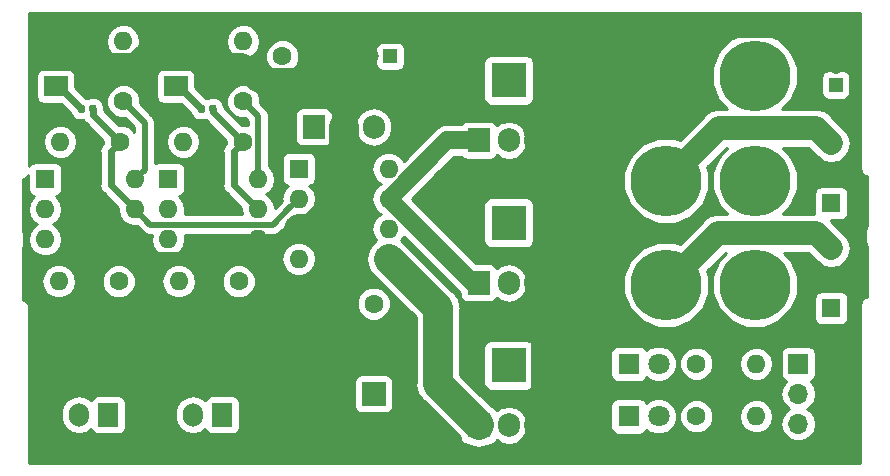
<source format=gbr>
G04 #@! TF.GenerationSoftware,KiCad,Pcbnew,(5.0.0)*
G04 #@! TF.CreationDate,2018-11-11T20:44:08+01:00*
G04 #@! TF.ProjectId,MosfetSchaltung_v2,4D6F73666574536368616C74756E675F,rev?*
G04 #@! TF.SameCoordinates,Original*
G04 #@! TF.FileFunction,Copper,L2,Bot,Signal*
G04 #@! TF.FilePolarity,Positive*
%FSLAX46Y46*%
G04 Gerber Fmt 4.6, Leading zero omitted, Abs format (unit mm)*
G04 Created by KiCad (PCBNEW (5.0.0)) date 11/11/18 20:44:08*
%MOMM*%
%LPD*%
G01*
G04 APERTURE LIST*
G04 #@! TA.AperFunction,ComponentPad*
%ADD10O,2.000000X1.700000*%
G04 #@! TD*
G04 #@! TA.AperFunction,ComponentPad*
%ADD11R,2.000000X1.700000*%
G04 #@! TD*
G04 #@! TA.AperFunction,ComponentPad*
%ADD12R,1.905000X2.000000*%
G04 #@! TD*
G04 #@! TA.AperFunction,ComponentPad*
%ADD13O,1.905000X2.000000*%
G04 #@! TD*
G04 #@! TA.AperFunction,ComponentPad*
%ADD14R,1.700000X1.700000*%
G04 #@! TD*
G04 #@! TA.AperFunction,ComponentPad*
%ADD15O,1.700000X1.700000*%
G04 #@! TD*
G04 #@! TA.AperFunction,ComponentPad*
%ADD16C,1.600000*%
G04 #@! TD*
G04 #@! TA.AperFunction,ComponentPad*
%ADD17C,1.200000*%
G04 #@! TD*
G04 #@! TA.AperFunction,ComponentPad*
%ADD18R,1.200000X1.200000*%
G04 #@! TD*
G04 #@! TA.AperFunction,ComponentPad*
%ADD19R,2.000000X2.000000*%
G04 #@! TD*
G04 #@! TA.AperFunction,ComponentPad*
%ADD20C,2.000000*%
G04 #@! TD*
G04 #@! TA.AperFunction,ComponentPad*
%ADD21C,1.800000*%
G04 #@! TD*
G04 #@! TA.AperFunction,ComponentPad*
%ADD22R,1.800000X1.800000*%
G04 #@! TD*
G04 #@! TA.AperFunction,ComponentPad*
%ADD23C,6.000000*%
G04 #@! TD*
G04 #@! TA.AperFunction,ComponentPad*
%ADD24R,1.700000X2.000000*%
G04 #@! TD*
G04 #@! TA.AperFunction,ComponentPad*
%ADD25O,1.700000X2.000000*%
G04 #@! TD*
G04 #@! TA.AperFunction,ComponentPad*
%ADD26O,1.600000X1.600000*%
G04 #@! TD*
G04 #@! TA.AperFunction,ComponentPad*
%ADD27R,1.600000X1.600000*%
G04 #@! TD*
G04 #@! TA.AperFunction,Conductor*
%ADD28C,0.100000*%
G04 #@! TD*
G04 #@! TA.AperFunction,SMDPad,CuDef*
%ADD29C,0.590000*%
G04 #@! TD*
G04 #@! TA.AperFunction,ComponentPad*
%ADD30R,3.000000X3.000000*%
G04 #@! TD*
G04 #@! TA.AperFunction,Conductor*
%ADD31C,2.500000*%
G04 #@! TD*
G04 #@! TA.AperFunction,Conductor*
%ADD32C,0.600000*%
G04 #@! TD*
G04 #@! TA.AperFunction,Conductor*
%ADD33C,2.000000*%
G04 #@! TD*
G04 #@! TA.AperFunction,Conductor*
%ADD34C,1.000000*%
G04 #@! TD*
G04 #@! TA.AperFunction,Conductor*
%ADD35C,5.000000*%
G04 #@! TD*
G04 #@! TA.AperFunction,Conductor*
%ADD36C,1.500000*%
G04 #@! TD*
G04 #@! TA.AperFunction,Conductor*
%ADD37C,0.500000*%
G04 #@! TD*
G04 #@! TA.AperFunction,Conductor*
%ADD38C,0.254000*%
G04 #@! TD*
G04 APERTURE END LIST*
D10*
G04 #@! TO.P,J6,2*
G04 #@! TO.N,GND*
X99441000Y-78145000D03*
D11*
G04 #@! TO.P,J6,1*
G04 #@! TO.N,direct_Input1*
X99441000Y-80645000D03*
G04 #@! TD*
D12*
G04 #@! TO.P,U4,1*
G04 #@! TO.N,VCC*
X121285000Y-84074000D03*
D13*
G04 #@! TO.P,U4,2*
G04 #@! TO.N,GND*
X123825000Y-84074000D03*
G04 #@! TO.P,U4,3*
G04 #@! TO.N,+10V*
X126365000Y-84074000D03*
G04 #@! TD*
D14*
G04 #@! TO.P,SW1,1*
G04 #@! TO.N,N/C*
X162306000Y-104140000D03*
D15*
G04 #@! TO.P,SW1,2*
G04 #@! TO.N,VCC*
X162306000Y-106680000D03*
G04 #@! TO.P,SW1,3*
G04 #@! TO.N,Net-(R4-Pad2)*
X162306000Y-109220000D03*
G04 #@! TD*
D13*
G04 #@! TO.P,Q3,3*
G04 #@! TO.N,GND*
X140335000Y-109347000D03*
G04 #@! TO.P,Q3,2*
G04 #@! TO.N,Net-(D4-Pad1)*
X137795000Y-109347000D03*
D12*
G04 #@! TO.P,Q3,1*
G04 #@! TO.N,Net-(Q3-Pad1)*
X135255000Y-109347000D03*
G04 #@! TD*
G04 #@! TO.P,Q2,1*
G04 #@! TO.N,Net-(Q1-Pad1)*
X135255000Y-97282000D03*
D13*
G04 #@! TO.P,Q2,2*
G04 #@! TO.N,Net-(D2-Pad1)*
X137795000Y-97282000D03*
G04 #@! TO.P,Q2,3*
G04 #@! TO.N,GND*
X140335000Y-97282000D03*
G04 #@! TD*
D16*
G04 #@! TO.P,C1,2*
G04 #@! TO.N,GND*
X121365000Y-99060000D03*
G04 #@! TO.P,C1,1*
G04 #@! TO.N,+10V*
X126365000Y-99060000D03*
G04 #@! TD*
G04 #@! TO.P,C3,1*
G04 #@! TO.N,VCC*
X118618000Y-78105000D03*
G04 #@! TO.P,C3,2*
G04 #@! TO.N,GND*
X123618000Y-78105000D03*
G04 #@! TD*
D17*
G04 #@! TO.P,C4,2*
G04 #@! TO.N,GND*
X126262000Y-78105000D03*
D18*
G04 #@! TO.P,C4,1*
G04 #@! TO.N,+10V*
X127762000Y-78105000D03*
G04 #@! TD*
D19*
G04 #@! TO.P,C5,1*
G04 #@! TO.N,+10V*
X126365000Y-106680000D03*
D20*
G04 #@! TO.P,C5,2*
G04 #@! TO.N,GND*
X121365000Y-106680000D03*
G04 #@! TD*
D21*
G04 #@! TO.P,D2,2*
G04 #@! TO.N,Net-(D2-Pad2)*
X150495000Y-108585000D03*
D22*
G04 #@! TO.P,D2,1*
G04 #@! TO.N,Net-(D2-Pad1)*
X147955000Y-108585000D03*
G04 #@! TD*
G04 #@! TO.P,D4,1*
G04 #@! TO.N,Net-(D4-Pad1)*
X147955000Y-104140000D03*
D21*
G04 #@! TO.P,D4,2*
G04 #@! TO.N,Net-(D4-Pad2)*
X150495000Y-104140000D03*
G04 #@! TD*
D23*
G04 #@! TO.P,J1,1*
G04 #@! TO.N,GND*
X151130000Y-79756000D03*
G04 #@! TO.P,J1,2*
G04 #@! TO.N,VCC*
X158630000Y-79756000D03*
G04 #@! TD*
D24*
G04 #@! TO.P,J2,1*
G04 #@! TO.N,Net-(D1-Pad4)*
X103886000Y-108458000D03*
D25*
G04 #@! TO.P,J2,2*
G04 #@! TO.N,Net-(D1-Pad3)*
X101386000Y-108458000D03*
G04 #@! TD*
D23*
G04 #@! TO.P,J3,2*
G04 #@! TO.N,VCC*
X158647442Y-88646000D03*
G04 #@! TO.P,J3,1*
G04 #@! TO.N,Net-(D2-Pad1)*
X151147442Y-88646000D03*
G04 #@! TD*
G04 #@! TO.P,J4,1*
G04 #@! TO.N,Net-(D4-Pad1)*
X151147442Y-97437319D03*
G04 #@! TO.P,J4,2*
G04 #@! TO.N,VCC*
X158647442Y-97437319D03*
G04 #@! TD*
D25*
G04 #@! TO.P,J5,2*
G04 #@! TO.N,Net-(D6-Pad3)*
X111038000Y-108458000D03*
D24*
G04 #@! TO.P,J5,1*
G04 #@! TO.N,Net-(D6-Pad4)*
X113538000Y-108458000D03*
G04 #@! TD*
D13*
G04 #@! TO.P,Q1,3*
G04 #@! TO.N,GND*
X140335000Y-85217000D03*
G04 #@! TO.P,Q1,2*
G04 #@! TO.N,Net-(D2-Pad1)*
X137795000Y-85217000D03*
D12*
G04 #@! TO.P,Q1,1*
G04 #@! TO.N,Net-(Q1-Pad1)*
X135255000Y-85217000D03*
G04 #@! TD*
D26*
G04 #@! TO.P,U1,6*
G04 #@! TO.N,Net-(R1-Pad1)*
X106172000Y-88519000D03*
G04 #@! TO.P,U1,3*
G04 #@! TO.N,N/C*
X98552000Y-93599000D03*
G04 #@! TO.P,U1,5*
G04 #@! TO.N,Net-(R2-Pad1)*
X106172000Y-91059000D03*
G04 #@! TO.P,U1,2*
G04 #@! TO.N,Net-(D1-Pad2)*
X98552000Y-91059000D03*
G04 #@! TO.P,U1,4*
G04 #@! TO.N,GND*
X106172000Y-93599000D03*
D27*
G04 #@! TO.P,U1,1*
G04 #@! TO.N,Net-(R3-Pad1)*
X98552000Y-88519000D03*
G04 #@! TD*
G04 #@! TO.P,U2,1*
G04 #@! TO.N,N/C*
X120015000Y-87630000D03*
D26*
G04 #@! TO.P,U2,5*
G04 #@! TO.N,Net-(Q3-Pad1)*
X127635000Y-95250000D03*
G04 #@! TO.P,U2,2*
G04 #@! TO.N,Net-(R2-Pad1)*
X120015000Y-90170000D03*
G04 #@! TO.P,U2,6*
G04 #@! TO.N,+10V*
X127635000Y-92710000D03*
G04 #@! TO.P,U2,3*
G04 #@! TO.N,GND*
X120015000Y-92710000D03*
G04 #@! TO.P,U2,7*
G04 #@! TO.N,Net-(Q1-Pad1)*
X127635000Y-90170000D03*
G04 #@! TO.P,U2,4*
G04 #@! TO.N,Net-(R10-Pad1)*
X120015000Y-95250000D03*
G04 #@! TO.P,U2,8*
G04 #@! TO.N,N/C*
X127635000Y-87630000D03*
G04 #@! TD*
D27*
G04 #@! TO.P,U3,1*
G04 #@! TO.N,Net-(R8-Pad1)*
X108966000Y-88519000D03*
D26*
G04 #@! TO.P,U3,4*
G04 #@! TO.N,GND*
X116586000Y-93599000D03*
G04 #@! TO.P,U3,2*
G04 #@! TO.N,Net-(D6-Pad2)*
X108966000Y-91059000D03*
G04 #@! TO.P,U3,5*
G04 #@! TO.N,Net-(R10-Pad1)*
X116586000Y-91059000D03*
G04 #@! TO.P,U3,3*
G04 #@! TO.N,N/C*
X108966000Y-93599000D03*
G04 #@! TO.P,U3,6*
G04 #@! TO.N,Net-(R6-Pad1)*
X116586000Y-88519000D03*
G04 #@! TD*
D27*
G04 #@! TO.P,D3,1*
G04 #@! TO.N,VCC*
X165100000Y-90551000D03*
D26*
G04 #@! TO.P,D3,2*
G04 #@! TO.N,Net-(D2-Pad1)*
X165100000Y-85471000D03*
G04 #@! TD*
G04 #@! TO.P,D5,2*
G04 #@! TO.N,Net-(D4-Pad1)*
X165100000Y-94361000D03*
D27*
G04 #@! TO.P,D5,1*
G04 #@! TO.N,VCC*
X165100000Y-99441000D03*
G04 #@! TD*
D26*
G04 #@! TO.P,R1,2*
G04 #@! TO.N,direct_Input1*
X105156000Y-76835000D03*
D16*
G04 #@! TO.P,R1,1*
G04 #@! TO.N,Net-(R1-Pad1)*
X105156000Y-81915000D03*
G04 #@! TD*
G04 #@! TO.P,R2,1*
G04 #@! TO.N,Net-(R2-Pad1)*
X104902000Y-85344000D03*
D26*
G04 #@! TO.P,R2,2*
G04 #@! TO.N,+10V*
X99822000Y-85344000D03*
G04 #@! TD*
G04 #@! TO.P,R3,2*
G04 #@! TO.N,Net-(D1-Pad1)*
X99695000Y-97155000D03*
D16*
G04 #@! TO.P,R3,1*
G04 #@! TO.N,Net-(R3-Pad1)*
X104775000Y-97155000D03*
G04 #@! TD*
G04 #@! TO.P,R4,1*
G04 #@! TO.N,Net-(D2-Pad2)*
X153670000Y-108585000D03*
D26*
G04 #@! TO.P,R4,2*
G04 #@! TO.N,Net-(R4-Pad2)*
X158750000Y-108585000D03*
G04 #@! TD*
G04 #@! TO.P,R5,2*
G04 #@! TO.N,Net-(R4-Pad2)*
X158750000Y-104140000D03*
D16*
G04 #@! TO.P,R5,1*
G04 #@! TO.N,Net-(D4-Pad2)*
X153670000Y-104140000D03*
G04 #@! TD*
G04 #@! TO.P,R6,1*
G04 #@! TO.N,Net-(R6-Pad1)*
X115316000Y-81915000D03*
D26*
G04 #@! TO.P,R6,2*
G04 #@! TO.N,direct_Input2*
X115316000Y-76835000D03*
G04 #@! TD*
G04 #@! TO.P,R7,2*
G04 #@! TO.N,+10V*
X110236000Y-85344000D03*
D16*
G04 #@! TO.P,R7,1*
G04 #@! TO.N,Net-(R10-Pad1)*
X115316000Y-85344000D03*
G04 #@! TD*
G04 #@! TO.P,R8,1*
G04 #@! TO.N,Net-(R8-Pad1)*
X114935000Y-97155000D03*
D26*
G04 #@! TO.P,R8,2*
G04 #@! TO.N,Net-(D6-Pad1)*
X109855000Y-97155000D03*
G04 #@! TD*
D11*
G04 #@! TO.P,J7,1*
G04 #@! TO.N,direct_Input2*
X109601000Y-80645000D03*
D10*
G04 #@! TO.P,J7,2*
G04 #@! TO.N,GND*
X109601000Y-78145000D03*
G04 #@! TD*
D28*
G04 #@! TO.N,Net-(R2-Pad1)*
G04 #@! TO.C,R9*
G36*
X102754958Y-82230710D02*
X102769276Y-82232834D01*
X102783317Y-82236351D01*
X102796946Y-82241228D01*
X102810031Y-82247417D01*
X102822447Y-82254858D01*
X102834073Y-82263481D01*
X102844798Y-82273202D01*
X102854519Y-82283927D01*
X102863142Y-82295553D01*
X102870583Y-82307969D01*
X102876772Y-82321054D01*
X102881649Y-82334683D01*
X102885166Y-82348724D01*
X102887290Y-82363042D01*
X102888000Y-82377500D01*
X102888000Y-82722500D01*
X102887290Y-82736958D01*
X102885166Y-82751276D01*
X102881649Y-82765317D01*
X102876772Y-82778946D01*
X102870583Y-82792031D01*
X102863142Y-82804447D01*
X102854519Y-82816073D01*
X102844798Y-82826798D01*
X102834073Y-82836519D01*
X102822447Y-82845142D01*
X102810031Y-82852583D01*
X102796946Y-82858772D01*
X102783317Y-82863649D01*
X102769276Y-82867166D01*
X102754958Y-82869290D01*
X102740500Y-82870000D01*
X102445500Y-82870000D01*
X102431042Y-82869290D01*
X102416724Y-82867166D01*
X102402683Y-82863649D01*
X102389054Y-82858772D01*
X102375969Y-82852583D01*
X102363553Y-82845142D01*
X102351927Y-82836519D01*
X102341202Y-82826798D01*
X102331481Y-82816073D01*
X102322858Y-82804447D01*
X102315417Y-82792031D01*
X102309228Y-82778946D01*
X102304351Y-82765317D01*
X102300834Y-82751276D01*
X102298710Y-82736958D01*
X102298000Y-82722500D01*
X102298000Y-82377500D01*
X102298710Y-82363042D01*
X102300834Y-82348724D01*
X102304351Y-82334683D01*
X102309228Y-82321054D01*
X102315417Y-82307969D01*
X102322858Y-82295553D01*
X102331481Y-82283927D01*
X102341202Y-82273202D01*
X102351927Y-82263481D01*
X102363553Y-82254858D01*
X102375969Y-82247417D01*
X102389054Y-82241228D01*
X102402683Y-82236351D01*
X102416724Y-82232834D01*
X102431042Y-82230710D01*
X102445500Y-82230000D01*
X102740500Y-82230000D01*
X102754958Y-82230710D01*
X102754958Y-82230710D01*
G37*
D29*
G04 #@! TD*
G04 #@! TO.P,R9,1*
G04 #@! TO.N,Net-(R2-Pad1)*
X102593000Y-82550000D03*
D28*
G04 #@! TO.N,direct_Input1*
G04 #@! TO.C,R9*
G36*
X101784958Y-82230710D02*
X101799276Y-82232834D01*
X101813317Y-82236351D01*
X101826946Y-82241228D01*
X101840031Y-82247417D01*
X101852447Y-82254858D01*
X101864073Y-82263481D01*
X101874798Y-82273202D01*
X101884519Y-82283927D01*
X101893142Y-82295553D01*
X101900583Y-82307969D01*
X101906772Y-82321054D01*
X101911649Y-82334683D01*
X101915166Y-82348724D01*
X101917290Y-82363042D01*
X101918000Y-82377500D01*
X101918000Y-82722500D01*
X101917290Y-82736958D01*
X101915166Y-82751276D01*
X101911649Y-82765317D01*
X101906772Y-82778946D01*
X101900583Y-82792031D01*
X101893142Y-82804447D01*
X101884519Y-82816073D01*
X101874798Y-82826798D01*
X101864073Y-82836519D01*
X101852447Y-82845142D01*
X101840031Y-82852583D01*
X101826946Y-82858772D01*
X101813317Y-82863649D01*
X101799276Y-82867166D01*
X101784958Y-82869290D01*
X101770500Y-82870000D01*
X101475500Y-82870000D01*
X101461042Y-82869290D01*
X101446724Y-82867166D01*
X101432683Y-82863649D01*
X101419054Y-82858772D01*
X101405969Y-82852583D01*
X101393553Y-82845142D01*
X101381927Y-82836519D01*
X101371202Y-82826798D01*
X101361481Y-82816073D01*
X101352858Y-82804447D01*
X101345417Y-82792031D01*
X101339228Y-82778946D01*
X101334351Y-82765317D01*
X101330834Y-82751276D01*
X101328710Y-82736958D01*
X101328000Y-82722500D01*
X101328000Y-82377500D01*
X101328710Y-82363042D01*
X101330834Y-82348724D01*
X101334351Y-82334683D01*
X101339228Y-82321054D01*
X101345417Y-82307969D01*
X101352858Y-82295553D01*
X101361481Y-82283927D01*
X101371202Y-82273202D01*
X101381927Y-82263481D01*
X101393553Y-82254858D01*
X101405969Y-82247417D01*
X101419054Y-82241228D01*
X101432683Y-82236351D01*
X101446724Y-82232834D01*
X101461042Y-82230710D01*
X101475500Y-82230000D01*
X101770500Y-82230000D01*
X101784958Y-82230710D01*
X101784958Y-82230710D01*
G37*
D29*
G04 #@! TD*
G04 #@! TO.P,R9,2*
G04 #@! TO.N,direct_Input1*
X101623000Y-82550000D03*
D28*
G04 #@! TO.N,direct_Input2*
G04 #@! TO.C,R10*
G36*
X111944958Y-82230710D02*
X111959276Y-82232834D01*
X111973317Y-82236351D01*
X111986946Y-82241228D01*
X112000031Y-82247417D01*
X112012447Y-82254858D01*
X112024073Y-82263481D01*
X112034798Y-82273202D01*
X112044519Y-82283927D01*
X112053142Y-82295553D01*
X112060583Y-82307969D01*
X112066772Y-82321054D01*
X112071649Y-82334683D01*
X112075166Y-82348724D01*
X112077290Y-82363042D01*
X112078000Y-82377500D01*
X112078000Y-82722500D01*
X112077290Y-82736958D01*
X112075166Y-82751276D01*
X112071649Y-82765317D01*
X112066772Y-82778946D01*
X112060583Y-82792031D01*
X112053142Y-82804447D01*
X112044519Y-82816073D01*
X112034798Y-82826798D01*
X112024073Y-82836519D01*
X112012447Y-82845142D01*
X112000031Y-82852583D01*
X111986946Y-82858772D01*
X111973317Y-82863649D01*
X111959276Y-82867166D01*
X111944958Y-82869290D01*
X111930500Y-82870000D01*
X111635500Y-82870000D01*
X111621042Y-82869290D01*
X111606724Y-82867166D01*
X111592683Y-82863649D01*
X111579054Y-82858772D01*
X111565969Y-82852583D01*
X111553553Y-82845142D01*
X111541927Y-82836519D01*
X111531202Y-82826798D01*
X111521481Y-82816073D01*
X111512858Y-82804447D01*
X111505417Y-82792031D01*
X111499228Y-82778946D01*
X111494351Y-82765317D01*
X111490834Y-82751276D01*
X111488710Y-82736958D01*
X111488000Y-82722500D01*
X111488000Y-82377500D01*
X111488710Y-82363042D01*
X111490834Y-82348724D01*
X111494351Y-82334683D01*
X111499228Y-82321054D01*
X111505417Y-82307969D01*
X111512858Y-82295553D01*
X111521481Y-82283927D01*
X111531202Y-82273202D01*
X111541927Y-82263481D01*
X111553553Y-82254858D01*
X111565969Y-82247417D01*
X111579054Y-82241228D01*
X111592683Y-82236351D01*
X111606724Y-82232834D01*
X111621042Y-82230710D01*
X111635500Y-82230000D01*
X111930500Y-82230000D01*
X111944958Y-82230710D01*
X111944958Y-82230710D01*
G37*
D29*
G04 #@! TD*
G04 #@! TO.P,R10,2*
G04 #@! TO.N,direct_Input2*
X111783000Y-82550000D03*
D28*
G04 #@! TO.N,Net-(R10-Pad1)*
G04 #@! TO.C,R10*
G36*
X112914958Y-82230710D02*
X112929276Y-82232834D01*
X112943317Y-82236351D01*
X112956946Y-82241228D01*
X112970031Y-82247417D01*
X112982447Y-82254858D01*
X112994073Y-82263481D01*
X113004798Y-82273202D01*
X113014519Y-82283927D01*
X113023142Y-82295553D01*
X113030583Y-82307969D01*
X113036772Y-82321054D01*
X113041649Y-82334683D01*
X113045166Y-82348724D01*
X113047290Y-82363042D01*
X113048000Y-82377500D01*
X113048000Y-82722500D01*
X113047290Y-82736958D01*
X113045166Y-82751276D01*
X113041649Y-82765317D01*
X113036772Y-82778946D01*
X113030583Y-82792031D01*
X113023142Y-82804447D01*
X113014519Y-82816073D01*
X113004798Y-82826798D01*
X112994073Y-82836519D01*
X112982447Y-82845142D01*
X112970031Y-82852583D01*
X112956946Y-82858772D01*
X112943317Y-82863649D01*
X112929276Y-82867166D01*
X112914958Y-82869290D01*
X112900500Y-82870000D01*
X112605500Y-82870000D01*
X112591042Y-82869290D01*
X112576724Y-82867166D01*
X112562683Y-82863649D01*
X112549054Y-82858772D01*
X112535969Y-82852583D01*
X112523553Y-82845142D01*
X112511927Y-82836519D01*
X112501202Y-82826798D01*
X112491481Y-82816073D01*
X112482858Y-82804447D01*
X112475417Y-82792031D01*
X112469228Y-82778946D01*
X112464351Y-82765317D01*
X112460834Y-82751276D01*
X112458710Y-82736958D01*
X112458000Y-82722500D01*
X112458000Y-82377500D01*
X112458710Y-82363042D01*
X112460834Y-82348724D01*
X112464351Y-82334683D01*
X112469228Y-82321054D01*
X112475417Y-82307969D01*
X112482858Y-82295553D01*
X112491481Y-82283927D01*
X112501202Y-82273202D01*
X112511927Y-82263481D01*
X112523553Y-82254858D01*
X112535969Y-82247417D01*
X112549054Y-82241228D01*
X112562683Y-82236351D01*
X112576724Y-82232834D01*
X112591042Y-82230710D01*
X112605500Y-82230000D01*
X112900500Y-82230000D01*
X112914958Y-82230710D01*
X112914958Y-82230710D01*
G37*
D29*
G04 #@! TD*
G04 #@! TO.P,R10,1*
G04 #@! TO.N,Net-(R10-Pad1)*
X112753000Y-82550000D03*
D18*
G04 #@! TO.P,C2,1*
G04 #@! TO.N,VCC*
X165481000Y-80518000D03*
D17*
G04 #@! TO.P,C2,2*
G04 #@! TO.N,GND*
X165481000Y-79018000D03*
G04 #@! TD*
D30*
G04 #@! TO.P,TP1,1*
G04 #@! TO.N,Net-(D2-Pad1)*
X137795000Y-80137000D03*
G04 #@! TD*
G04 #@! TO.P,TP2,1*
G04 #@! TO.N,Net-(D2-Pad1)*
X137795000Y-92202000D03*
G04 #@! TD*
G04 #@! TO.P,TP3,1*
G04 #@! TO.N,Net-(D4-Pad1)*
X137795000Y-104267000D03*
G04 #@! TD*
D31*
G04 #@! TO.N,GND*
X121146370Y-92710000D02*
X120015000Y-92710000D01*
X123825000Y-84074000D02*
X123825000Y-90031370D01*
X123825000Y-90031370D02*
X121146370Y-92710000D01*
D32*
X106971999Y-94398999D02*
X106172000Y-93599000D01*
X107472001Y-94899001D02*
X106971999Y-94398999D01*
X116072631Y-94899001D02*
X107472001Y-94899001D01*
X121365000Y-99060000D02*
X120233630Y-99060000D01*
X116586000Y-94730370D02*
X116586000Y-95412370D01*
X116586000Y-93599000D02*
X116586000Y-94730370D01*
X120233630Y-99060000D02*
X116586000Y-95412370D01*
X116586000Y-95412370D02*
X116072631Y-94899001D01*
D33*
X123825000Y-78312000D02*
X123618000Y-78105000D01*
X123618000Y-79236370D02*
X122749369Y-80105001D01*
X123618000Y-78105000D02*
X123618000Y-79236370D01*
X122749369Y-80105001D02*
X116466003Y-80105001D01*
X116466003Y-80105001D02*
X115196003Y-78835001D01*
X111111002Y-78145000D02*
X109601000Y-78145000D01*
X115196003Y-78835001D02*
X111801003Y-78835001D01*
X111801003Y-78835001D02*
X111111002Y-78145000D01*
X102441000Y-78145000D02*
X99441000Y-78145000D01*
X103131001Y-78835001D02*
X102441000Y-78145000D01*
X106116001Y-78835001D02*
X103131001Y-78835001D01*
X109601000Y-78145000D02*
X106806002Y-78145000D01*
X106806002Y-78145000D02*
X106116001Y-78835001D01*
D34*
X126262000Y-78105000D02*
X123618000Y-78105000D01*
D33*
X140335000Y-85217000D02*
X140335000Y-84665392D01*
X124079000Y-81280000D02*
X123825000Y-81026000D01*
X123825000Y-84074000D02*
X123825000Y-81026000D01*
X123825000Y-81026000D02*
X123825000Y-78312000D01*
D35*
X142796001Y-82755999D02*
X141447510Y-84104490D01*
X151130000Y-79756000D02*
X148130001Y-82755999D01*
X148130001Y-82755999D02*
X142796001Y-82755999D01*
D34*
X154129999Y-76756001D02*
X151130000Y-79756000D01*
X154830001Y-76055999D02*
X154129999Y-76756001D01*
X165481000Y-79018000D02*
X162518999Y-76055999D01*
X162518999Y-76055999D02*
X154830001Y-76055999D01*
D31*
X140335000Y-85264500D02*
X140335000Y-85217000D01*
X141097000Y-86026500D02*
X140335000Y-85264500D01*
X141097000Y-96472500D02*
X141097000Y-86026500D01*
X140335000Y-97282000D02*
X140335000Y-97234500D01*
X140335000Y-97234500D02*
X141097000Y-96472500D01*
X140335000Y-97329500D02*
X140335000Y-97282000D01*
X140970000Y-97964500D02*
X140335000Y-97329500D01*
X140970000Y-108664500D02*
X140970000Y-97964500D01*
X140335000Y-109347000D02*
X140335000Y-109299500D01*
X140335000Y-109299500D02*
X140970000Y-108664500D01*
X148130001Y-76756001D02*
X134190999Y-76756001D01*
X151130000Y-79756000D02*
X148130001Y-76756001D01*
X129921000Y-81026000D02*
X123825000Y-81026000D01*
X134190999Y-76756001D02*
X129921000Y-81026000D01*
D33*
G04 #@! TO.N,Net-(D2-Pad1)*
X154147441Y-85646001D02*
X151147442Y-88646000D01*
X155592442Y-84201000D02*
X154147441Y-85646001D01*
X165100000Y-85471000D02*
X163830000Y-84201000D01*
X163830000Y-84201000D02*
X155592442Y-84201000D01*
G04 #@! TO.N,Net-(D4-Pad1)*
X164300001Y-93561001D02*
X165100000Y-94361000D01*
X163830000Y-93091000D02*
X164300001Y-93561001D01*
X151147442Y-97437319D02*
X155493761Y-93091000D01*
X155493761Y-93091000D02*
X163830000Y-93091000D01*
D32*
G04 #@! TO.N,direct_Input1*
X99718000Y-80645000D02*
X101623000Y-82550000D01*
X99441000Y-80645000D02*
X99718000Y-80645000D01*
G04 #@! TO.N,direct_Input2*
X109878000Y-80645000D02*
X111783000Y-82550000D01*
X109601000Y-80645000D02*
X109878000Y-80645000D01*
D36*
G04 #@! TO.N,Net-(Q1-Pad1)*
X132588000Y-85217000D02*
X127635000Y-90170000D01*
X135255000Y-85217000D02*
X132588000Y-85217000D01*
X134747000Y-97282000D02*
X127635000Y-90170000D01*
X135255000Y-97282000D02*
X134747000Y-97282000D01*
D31*
G04 #@! TO.N,Net-(Q3-Pad1)*
X135255000Y-109299500D02*
X135255000Y-109347000D01*
X131802500Y-105847000D02*
X135255000Y-109299500D01*
X127635000Y-95250000D02*
X131802500Y-99417500D01*
X131802500Y-99417500D02*
X131802500Y-105847000D01*
D37*
G04 #@! TO.N,Net-(R1-Pad1)*
X105955999Y-82714999D02*
X105156000Y-81915000D01*
X106971999Y-83730999D02*
X105955999Y-82714999D01*
X106172000Y-88519000D02*
X106971999Y-87719001D01*
X106971999Y-87719001D02*
X106971999Y-83730999D01*
D32*
G04 #@! TO.N,Net-(R2-Pad1)*
X105372001Y-90259001D02*
X106172000Y-91059000D01*
X104102001Y-88989001D02*
X105372001Y-90259001D01*
X104902000Y-85344000D02*
X104102001Y-86143999D01*
X104102001Y-86143999D02*
X104102001Y-88989001D01*
D37*
X119215001Y-90969999D02*
X120015000Y-90170000D01*
X117836001Y-92348999D02*
X119215001Y-90969999D01*
X106172000Y-91059000D02*
X107461999Y-92348999D01*
X107461999Y-92348999D02*
X117836001Y-92348999D01*
D32*
X102593000Y-83035000D02*
X104902000Y-85344000D01*
X102593000Y-82550000D02*
X102593000Y-83035000D01*
D37*
G04 #@! TO.N,Net-(R6-Pad1)*
X116586000Y-83185000D02*
X115316000Y-81915000D01*
X116586000Y-88519000D02*
X116586000Y-83185000D01*
D32*
G04 #@! TO.N,Net-(R10-Pad1)*
X115786001Y-90259001D02*
X116586000Y-91059000D01*
X114516001Y-88989001D02*
X115786001Y-90259001D01*
X115316000Y-85344000D02*
X114516001Y-86143999D01*
X114516001Y-86143999D02*
X114516001Y-88989001D01*
X112753000Y-82781000D02*
X115316000Y-85344000D01*
X112753000Y-82550000D02*
X112753000Y-82781000D01*
G04 #@! TD*
D38*
G04 #@! TO.N,GND*
G36*
X167540000Y-87575387D02*
X167582646Y-87789782D01*
X167745095Y-88032905D01*
X167988217Y-88195354D01*
X168148000Y-88227137D01*
X168148000Y-92410346D01*
X167945000Y-92900431D01*
X167945000Y-93789569D01*
X168148000Y-94279654D01*
X168148000Y-98462863D01*
X167988218Y-98494646D01*
X167745096Y-98657095D01*
X167582647Y-98900217D01*
X167540001Y-99114612D01*
X167540000Y-112549000D01*
X97191500Y-112549000D01*
X97191500Y-108161744D01*
X99901000Y-108161744D01*
X99901000Y-108754255D01*
X99987161Y-109187417D01*
X100315375Y-109678625D01*
X100806582Y-110006839D01*
X101386000Y-110122092D01*
X101965417Y-110006839D01*
X102435281Y-109692886D01*
X102437843Y-109705765D01*
X102578191Y-109915809D01*
X102788235Y-110056157D01*
X103036000Y-110105440D01*
X104736000Y-110105440D01*
X104983765Y-110056157D01*
X105193809Y-109915809D01*
X105334157Y-109705765D01*
X105383440Y-109458000D01*
X105383440Y-108161744D01*
X109553000Y-108161744D01*
X109553000Y-108754255D01*
X109639161Y-109187417D01*
X109967375Y-109678625D01*
X110458582Y-110006839D01*
X111038000Y-110122092D01*
X111617417Y-110006839D01*
X112087281Y-109692886D01*
X112089843Y-109705765D01*
X112230191Y-109915809D01*
X112440235Y-110056157D01*
X112688000Y-110105440D01*
X114388000Y-110105440D01*
X114635765Y-110056157D01*
X114845809Y-109915809D01*
X114986157Y-109705765D01*
X115035440Y-109458000D01*
X115035440Y-107458000D01*
X114986157Y-107210235D01*
X114845809Y-107000191D01*
X114635765Y-106859843D01*
X114388000Y-106810560D01*
X112688000Y-106810560D01*
X112440235Y-106859843D01*
X112230191Y-107000191D01*
X112089843Y-107210235D01*
X112087281Y-107223114D01*
X111617418Y-106909161D01*
X111038000Y-106793908D01*
X110458583Y-106909161D01*
X109967375Y-107237375D01*
X109639161Y-107728582D01*
X109553000Y-108161744D01*
X105383440Y-108161744D01*
X105383440Y-107458000D01*
X105334157Y-107210235D01*
X105193809Y-107000191D01*
X104983765Y-106859843D01*
X104736000Y-106810560D01*
X103036000Y-106810560D01*
X102788235Y-106859843D01*
X102578191Y-107000191D01*
X102437843Y-107210235D01*
X102435281Y-107223114D01*
X101965418Y-106909161D01*
X101386000Y-106793908D01*
X100806583Y-106909161D01*
X100315375Y-107237375D01*
X99987161Y-107728582D01*
X99901000Y-108161744D01*
X97191500Y-108161744D01*
X97191500Y-105680000D01*
X124717560Y-105680000D01*
X124717560Y-107680000D01*
X124766843Y-107927765D01*
X124907191Y-108137809D01*
X125117235Y-108278157D01*
X125365000Y-108327440D01*
X127365000Y-108327440D01*
X127612765Y-108278157D01*
X127822809Y-108137809D01*
X127963157Y-107927765D01*
X128012440Y-107680000D01*
X128012440Y-105680000D01*
X127963157Y-105432235D01*
X127822809Y-105222191D01*
X127612765Y-105081843D01*
X127365000Y-105032560D01*
X125365000Y-105032560D01*
X125117235Y-105081843D01*
X124907191Y-105222191D01*
X124766843Y-105432235D01*
X124717560Y-105680000D01*
X97191500Y-105680000D01*
X97191500Y-99368612D01*
X97148854Y-99154217D01*
X96986405Y-98911095D01*
X96782067Y-98774561D01*
X124930000Y-98774561D01*
X124930000Y-99345439D01*
X125148466Y-99872862D01*
X125552138Y-100276534D01*
X126079561Y-100495000D01*
X126650439Y-100495000D01*
X127177862Y-100276534D01*
X127581534Y-99872862D01*
X127800000Y-99345439D01*
X127800000Y-98774561D01*
X127581534Y-98247138D01*
X127177862Y-97843466D01*
X126650439Y-97625000D01*
X126079561Y-97625000D01*
X125552138Y-97843466D01*
X125148466Y-98247138D01*
X124930000Y-98774561D01*
X96782067Y-98774561D01*
X96743282Y-98748646D01*
X96647000Y-98729494D01*
X96647000Y-97155000D01*
X98231887Y-97155000D01*
X98343260Y-97714909D01*
X98660423Y-98189577D01*
X99135091Y-98506740D01*
X99553667Y-98590000D01*
X99836333Y-98590000D01*
X100254909Y-98506740D01*
X100729577Y-98189577D01*
X101046740Y-97714909D01*
X101158113Y-97155000D01*
X101101336Y-96869561D01*
X103340000Y-96869561D01*
X103340000Y-97440439D01*
X103558466Y-97967862D01*
X103962138Y-98371534D01*
X104489561Y-98590000D01*
X105060439Y-98590000D01*
X105587862Y-98371534D01*
X105991534Y-97967862D01*
X106210000Y-97440439D01*
X106210000Y-97155000D01*
X108391887Y-97155000D01*
X108503260Y-97714909D01*
X108820423Y-98189577D01*
X109295091Y-98506740D01*
X109713667Y-98590000D01*
X109996333Y-98590000D01*
X110414909Y-98506740D01*
X110889577Y-98189577D01*
X111206740Y-97714909D01*
X111318113Y-97155000D01*
X111261336Y-96869561D01*
X113500000Y-96869561D01*
X113500000Y-97440439D01*
X113718466Y-97967862D01*
X114122138Y-98371534D01*
X114649561Y-98590000D01*
X115220439Y-98590000D01*
X115747862Y-98371534D01*
X116151534Y-97967862D01*
X116370000Y-97440439D01*
X116370000Y-96869561D01*
X116151534Y-96342138D01*
X115747862Y-95938466D01*
X115220439Y-95720000D01*
X114649561Y-95720000D01*
X114122138Y-95938466D01*
X113718466Y-96342138D01*
X113500000Y-96869561D01*
X111261336Y-96869561D01*
X111206740Y-96595091D01*
X110889577Y-96120423D01*
X110414909Y-95803260D01*
X109996333Y-95720000D01*
X109713667Y-95720000D01*
X109295091Y-95803260D01*
X108820423Y-96120423D01*
X108503260Y-96595091D01*
X108391887Y-97155000D01*
X106210000Y-97155000D01*
X106210000Y-96869561D01*
X105991534Y-96342138D01*
X105587862Y-95938466D01*
X105060439Y-95720000D01*
X104489561Y-95720000D01*
X103962138Y-95938466D01*
X103558466Y-96342138D01*
X103340000Y-96869561D01*
X101101336Y-96869561D01*
X101046740Y-96595091D01*
X100729577Y-96120423D01*
X100254909Y-95803260D01*
X99836333Y-95720000D01*
X99553667Y-95720000D01*
X99135091Y-95803260D01*
X98660423Y-96120423D01*
X98343260Y-96595091D01*
X98231887Y-97155000D01*
X96647000Y-97155000D01*
X96647000Y-95250000D01*
X118551887Y-95250000D01*
X118663260Y-95809909D01*
X118980423Y-96284577D01*
X119455091Y-96601740D01*
X119873667Y-96685000D01*
X120156333Y-96685000D01*
X120574909Y-96601740D01*
X121049577Y-96284577D01*
X121366740Y-95809909D01*
X121478113Y-95250000D01*
X125713072Y-95250000D01*
X125859370Y-95985490D01*
X126170826Y-96451618D01*
X129917500Y-100198293D01*
X129917501Y-105661346D01*
X129880572Y-105847000D01*
X130026870Y-106582490D01*
X130338326Y-107048618D01*
X130338328Y-107048620D01*
X130443492Y-107206009D01*
X130600881Y-107311173D01*
X133659617Y-110369909D01*
X133704343Y-110594765D01*
X133844691Y-110804809D01*
X134054735Y-110945157D01*
X134302500Y-110994440D01*
X134327659Y-110994440D01*
X134519511Y-111122631D01*
X135255000Y-111268929D01*
X135990490Y-111122631D01*
X136182341Y-110994440D01*
X136207500Y-110994440D01*
X136455265Y-110945157D01*
X136665309Y-110804809D01*
X136783509Y-110627912D01*
X137175590Y-110889891D01*
X137795000Y-111013100D01*
X138414411Y-110889891D01*
X138939523Y-110539023D01*
X139290391Y-110013910D01*
X139382500Y-109550849D01*
X139382500Y-109143150D01*
X139290391Y-108680089D01*
X138939523Y-108154977D01*
X138414410Y-107804109D01*
X137815612Y-107685000D01*
X146407560Y-107685000D01*
X146407560Y-109485000D01*
X146456843Y-109732765D01*
X146597191Y-109942809D01*
X146807235Y-110083157D01*
X147055000Y-110132440D01*
X148855000Y-110132440D01*
X149102765Y-110083157D01*
X149312809Y-109942809D01*
X149453157Y-109732765D01*
X149456275Y-109717092D01*
X149625493Y-109886310D01*
X150189670Y-110120000D01*
X150800330Y-110120000D01*
X151364507Y-109886310D01*
X151796310Y-109454507D01*
X152030000Y-108890330D01*
X152030000Y-108299561D01*
X152235000Y-108299561D01*
X152235000Y-108870439D01*
X152453466Y-109397862D01*
X152857138Y-109801534D01*
X153384561Y-110020000D01*
X153955439Y-110020000D01*
X154482862Y-109801534D01*
X154886534Y-109397862D01*
X155105000Y-108870439D01*
X155105000Y-108585000D01*
X157286887Y-108585000D01*
X157398260Y-109144909D01*
X157715423Y-109619577D01*
X158190091Y-109936740D01*
X158608667Y-110020000D01*
X158891333Y-110020000D01*
X159309909Y-109936740D01*
X159784577Y-109619577D01*
X160101740Y-109144909D01*
X160213113Y-108585000D01*
X160101740Y-108025091D01*
X159784577Y-107550423D01*
X159309909Y-107233260D01*
X158891333Y-107150000D01*
X158608667Y-107150000D01*
X158190091Y-107233260D01*
X157715423Y-107550423D01*
X157398260Y-108025091D01*
X157286887Y-108585000D01*
X155105000Y-108585000D01*
X155105000Y-108299561D01*
X154886534Y-107772138D01*
X154482862Y-107368466D01*
X153955439Y-107150000D01*
X153384561Y-107150000D01*
X152857138Y-107368466D01*
X152453466Y-107772138D01*
X152235000Y-108299561D01*
X152030000Y-108299561D01*
X152030000Y-108279670D01*
X151796310Y-107715493D01*
X151364507Y-107283690D01*
X150800330Y-107050000D01*
X150189670Y-107050000D01*
X149625493Y-107283690D01*
X149456275Y-107452908D01*
X149453157Y-107437235D01*
X149312809Y-107227191D01*
X149102765Y-107086843D01*
X148855000Y-107037560D01*
X147055000Y-107037560D01*
X146807235Y-107086843D01*
X146597191Y-107227191D01*
X146456843Y-107437235D01*
X146407560Y-107685000D01*
X137815612Y-107685000D01*
X137795000Y-107680900D01*
X137175589Y-107804109D01*
X136783509Y-108066088D01*
X136665309Y-107889191D01*
X136455265Y-107748843D01*
X136348997Y-107727705D01*
X135301292Y-106680000D01*
X160791908Y-106680000D01*
X160907161Y-107259418D01*
X161235375Y-107750625D01*
X161533761Y-107950000D01*
X161235375Y-108149375D01*
X160907161Y-108640582D01*
X160791908Y-109220000D01*
X160907161Y-109799418D01*
X161235375Y-110290625D01*
X161726582Y-110618839D01*
X162159744Y-110705000D01*
X162452256Y-110705000D01*
X162885418Y-110618839D01*
X163376625Y-110290625D01*
X163704839Y-109799418D01*
X163820092Y-109220000D01*
X163704839Y-108640582D01*
X163376625Y-108149375D01*
X163078239Y-107950000D01*
X163376625Y-107750625D01*
X163704839Y-107259418D01*
X163820092Y-106680000D01*
X163704839Y-106100582D01*
X163376625Y-105609375D01*
X163358381Y-105597184D01*
X163403765Y-105588157D01*
X163613809Y-105447809D01*
X163754157Y-105237765D01*
X163803440Y-104990000D01*
X163803440Y-103290000D01*
X163754157Y-103042235D01*
X163613809Y-102832191D01*
X163403765Y-102691843D01*
X163156000Y-102642560D01*
X161456000Y-102642560D01*
X161208235Y-102691843D01*
X160998191Y-102832191D01*
X160857843Y-103042235D01*
X160808560Y-103290000D01*
X160808560Y-104990000D01*
X160857843Y-105237765D01*
X160998191Y-105447809D01*
X161208235Y-105588157D01*
X161253619Y-105597184D01*
X161235375Y-105609375D01*
X160907161Y-106100582D01*
X160791908Y-106680000D01*
X135301292Y-106680000D01*
X133687500Y-105066208D01*
X133687500Y-102767000D01*
X135647560Y-102767000D01*
X135647560Y-105767000D01*
X135696843Y-106014765D01*
X135837191Y-106224809D01*
X136047235Y-106365157D01*
X136295000Y-106414440D01*
X139295000Y-106414440D01*
X139542765Y-106365157D01*
X139752809Y-106224809D01*
X139893157Y-106014765D01*
X139942440Y-105767000D01*
X139942440Y-103240000D01*
X146407560Y-103240000D01*
X146407560Y-105040000D01*
X146456843Y-105287765D01*
X146597191Y-105497809D01*
X146807235Y-105638157D01*
X147055000Y-105687440D01*
X148855000Y-105687440D01*
X149102765Y-105638157D01*
X149312809Y-105497809D01*
X149453157Y-105287765D01*
X149456275Y-105272092D01*
X149625493Y-105441310D01*
X150189670Y-105675000D01*
X150800330Y-105675000D01*
X151364507Y-105441310D01*
X151796310Y-105009507D01*
X152030000Y-104445330D01*
X152030000Y-103854561D01*
X152235000Y-103854561D01*
X152235000Y-104425439D01*
X152453466Y-104952862D01*
X152857138Y-105356534D01*
X153384561Y-105575000D01*
X153955439Y-105575000D01*
X154482862Y-105356534D01*
X154886534Y-104952862D01*
X155105000Y-104425439D01*
X155105000Y-104140000D01*
X157286887Y-104140000D01*
X157398260Y-104699909D01*
X157715423Y-105174577D01*
X158190091Y-105491740D01*
X158608667Y-105575000D01*
X158891333Y-105575000D01*
X159309909Y-105491740D01*
X159784577Y-105174577D01*
X160101740Y-104699909D01*
X160213113Y-104140000D01*
X160101740Y-103580091D01*
X159784577Y-103105423D01*
X159309909Y-102788260D01*
X158891333Y-102705000D01*
X158608667Y-102705000D01*
X158190091Y-102788260D01*
X157715423Y-103105423D01*
X157398260Y-103580091D01*
X157286887Y-104140000D01*
X155105000Y-104140000D01*
X155105000Y-103854561D01*
X154886534Y-103327138D01*
X154482862Y-102923466D01*
X153955439Y-102705000D01*
X153384561Y-102705000D01*
X152857138Y-102923466D01*
X152453466Y-103327138D01*
X152235000Y-103854561D01*
X152030000Y-103854561D01*
X152030000Y-103834670D01*
X151796310Y-103270493D01*
X151364507Y-102838690D01*
X150800330Y-102605000D01*
X150189670Y-102605000D01*
X149625493Y-102838690D01*
X149456275Y-103007908D01*
X149453157Y-102992235D01*
X149312809Y-102782191D01*
X149102765Y-102641843D01*
X148855000Y-102592560D01*
X147055000Y-102592560D01*
X146807235Y-102641843D01*
X146597191Y-102782191D01*
X146456843Y-102992235D01*
X146407560Y-103240000D01*
X139942440Y-103240000D01*
X139942440Y-102767000D01*
X139893157Y-102519235D01*
X139752809Y-102309191D01*
X139542765Y-102168843D01*
X139295000Y-102119560D01*
X136295000Y-102119560D01*
X136047235Y-102168843D01*
X135837191Y-102309191D01*
X135696843Y-102519235D01*
X135647560Y-102767000D01*
X133687500Y-102767000D01*
X133687500Y-99603149D01*
X133724428Y-99417499D01*
X133687500Y-99231849D01*
X133687500Y-99231845D01*
X133578131Y-98682010D01*
X133385178Y-98393235D01*
X133266674Y-98215881D01*
X133266673Y-98215880D01*
X133161509Y-98058491D01*
X133004120Y-97953328D01*
X128836618Y-93785826D01*
X128702081Y-93695931D01*
X128902419Y-93396104D01*
X133655060Y-98148746D01*
X133655060Y-98282000D01*
X133704343Y-98529765D01*
X133844691Y-98739809D01*
X134054735Y-98880157D01*
X134302500Y-98929440D01*
X136207500Y-98929440D01*
X136455265Y-98880157D01*
X136665309Y-98739809D01*
X136783509Y-98562912D01*
X137175590Y-98824891D01*
X137795000Y-98948100D01*
X138414411Y-98824891D01*
X138939523Y-98474023D01*
X139290391Y-97948910D01*
X139382500Y-97485849D01*
X139382500Y-97078150D01*
X139290391Y-96615089D01*
X138939523Y-96089977D01*
X138414410Y-95739109D01*
X137795000Y-95615900D01*
X137175589Y-95739109D01*
X136783509Y-96001088D01*
X136665309Y-95824191D01*
X136455265Y-95683843D01*
X136207500Y-95634560D01*
X135058246Y-95634560D01*
X130125686Y-90702000D01*
X135647560Y-90702000D01*
X135647560Y-93702000D01*
X135696843Y-93949765D01*
X135837191Y-94159809D01*
X136047235Y-94300157D01*
X136295000Y-94349440D01*
X139295000Y-94349440D01*
X139542765Y-94300157D01*
X139752809Y-94159809D01*
X139893157Y-93949765D01*
X139942440Y-93702000D01*
X139942440Y-90702000D01*
X139893157Y-90454235D01*
X139752809Y-90244191D01*
X139542765Y-90103843D01*
X139295000Y-90054560D01*
X136295000Y-90054560D01*
X136047235Y-90103843D01*
X135837191Y-90244191D01*
X135696843Y-90454235D01*
X135647560Y-90702000D01*
X130125686Y-90702000D01*
X129593685Y-90170000D01*
X131840731Y-87922954D01*
X147512442Y-87922954D01*
X147512442Y-89369046D01*
X148065838Y-90705062D01*
X149088380Y-91727604D01*
X150424396Y-92281000D01*
X151870488Y-92281000D01*
X153206504Y-91727604D01*
X154229046Y-90705062D01*
X154782442Y-89369046D01*
X154782442Y-87922954D01*
X154606789Y-87498891D01*
X155417426Y-86688255D01*
X155417428Y-86688252D01*
X156269681Y-85836000D01*
X156316776Y-85836000D01*
X155565838Y-86586938D01*
X155012442Y-87922954D01*
X155012442Y-89369046D01*
X155565838Y-90705062D01*
X156316776Y-91456000D01*
X155654786Y-91456000D01*
X155493760Y-91423970D01*
X155332734Y-91456000D01*
X155332730Y-91456000D01*
X154855816Y-91550864D01*
X154314992Y-91912231D01*
X154223775Y-92048747D01*
X152294551Y-93977972D01*
X151870488Y-93802319D01*
X150424396Y-93802319D01*
X149088380Y-94355715D01*
X148065838Y-95378257D01*
X147512442Y-96714273D01*
X147512442Y-98160365D01*
X148065838Y-99496381D01*
X149088380Y-100518923D01*
X150424396Y-101072319D01*
X151870488Y-101072319D01*
X153206504Y-100518923D01*
X154229046Y-99496381D01*
X154782442Y-98160365D01*
X154782442Y-96714273D01*
X154606789Y-96290210D01*
X156171000Y-94726000D01*
X156218095Y-94726000D01*
X155565838Y-95378257D01*
X155012442Y-96714273D01*
X155012442Y-98160365D01*
X155565838Y-99496381D01*
X156588380Y-100518923D01*
X157924396Y-101072319D01*
X159370488Y-101072319D01*
X160706504Y-100518923D01*
X161729046Y-99496381D01*
X162083356Y-98641000D01*
X163652560Y-98641000D01*
X163652560Y-100241000D01*
X163701843Y-100488765D01*
X163842191Y-100698809D01*
X164052235Y-100839157D01*
X164300000Y-100888440D01*
X165900000Y-100888440D01*
X166147765Y-100839157D01*
X166357809Y-100698809D01*
X166498157Y-100488765D01*
X166547440Y-100241000D01*
X166547440Y-98641000D01*
X166498157Y-98393235D01*
X166357809Y-98183191D01*
X166147765Y-98042843D01*
X165900000Y-97993560D01*
X164300000Y-97993560D01*
X164052235Y-98042843D01*
X163842191Y-98183191D01*
X163701843Y-98393235D01*
X163652560Y-98641000D01*
X162083356Y-98641000D01*
X162282442Y-98160365D01*
X162282442Y-96714273D01*
X161729046Y-95378257D01*
X161076789Y-94726000D01*
X163152762Y-94726000D01*
X164057747Y-95630985D01*
X164462054Y-95901135D01*
X165099999Y-96028030D01*
X165737945Y-95901135D01*
X166278768Y-95539768D01*
X166640135Y-94998945D01*
X166767030Y-94360999D01*
X166640135Y-93723054D01*
X166369985Y-93318747D01*
X165099988Y-92048750D01*
X165066372Y-91998440D01*
X165900000Y-91998440D01*
X166147765Y-91949157D01*
X166357809Y-91808809D01*
X166498157Y-91598765D01*
X166547440Y-91351000D01*
X166547440Y-89751000D01*
X166498157Y-89503235D01*
X166357809Y-89293191D01*
X166147765Y-89152843D01*
X165900000Y-89103560D01*
X164300000Y-89103560D01*
X164052235Y-89152843D01*
X163842191Y-89293191D01*
X163701843Y-89503235D01*
X163652560Y-89751000D01*
X163652560Y-91351000D01*
X163673275Y-91455144D01*
X163668970Y-91456000D01*
X160978108Y-91456000D01*
X161729046Y-90705062D01*
X162282442Y-89369046D01*
X162282442Y-87922954D01*
X161729046Y-86586938D01*
X160978108Y-85836000D01*
X163152762Y-85836000D01*
X164057746Y-86740985D01*
X164462054Y-87011135D01*
X165099999Y-87138030D01*
X165737945Y-87011135D01*
X166278768Y-86649768D01*
X166640135Y-86108945D01*
X166767030Y-85470999D01*
X166640135Y-84833054D01*
X166369985Y-84428746D01*
X165099988Y-83158750D01*
X165008769Y-83022231D01*
X164467945Y-82660864D01*
X163991031Y-82566000D01*
X163991030Y-82566000D01*
X163830000Y-82533969D01*
X163668970Y-82566000D01*
X160960666Y-82566000D01*
X161711604Y-81815062D01*
X162265000Y-80479046D01*
X162265000Y-79918000D01*
X164233560Y-79918000D01*
X164233560Y-81118000D01*
X164282843Y-81365765D01*
X164423191Y-81575809D01*
X164633235Y-81716157D01*
X164881000Y-81765440D01*
X166081000Y-81765440D01*
X166328765Y-81716157D01*
X166538809Y-81575809D01*
X166679157Y-81365765D01*
X166728440Y-81118000D01*
X166728440Y-79918000D01*
X166679157Y-79670235D01*
X166538809Y-79460191D01*
X166328765Y-79319843D01*
X166081000Y-79270560D01*
X164881000Y-79270560D01*
X164633235Y-79319843D01*
X164423191Y-79460191D01*
X164282843Y-79670235D01*
X164233560Y-79918000D01*
X162265000Y-79918000D01*
X162265000Y-79032954D01*
X161711604Y-77696938D01*
X160689062Y-76674396D01*
X159353046Y-76121000D01*
X157906954Y-76121000D01*
X156570938Y-76674396D01*
X155548396Y-77696938D01*
X154995000Y-79032954D01*
X154995000Y-80479046D01*
X155548396Y-81815062D01*
X156299334Y-82566000D01*
X155753471Y-82566000D01*
X155592441Y-82533969D01*
X155431411Y-82566000D01*
X154954497Y-82660864D01*
X154413673Y-83022231D01*
X154322456Y-83158748D01*
X153105190Y-84376014D01*
X153105187Y-84376016D01*
X152294551Y-85186653D01*
X151870488Y-85011000D01*
X150424396Y-85011000D01*
X149088380Y-85564396D01*
X148065838Y-86586938D01*
X147512442Y-87922954D01*
X131840731Y-87922954D01*
X133161686Y-86602000D01*
X133796041Y-86602000D01*
X133844691Y-86674809D01*
X134054735Y-86815157D01*
X134302500Y-86864440D01*
X136207500Y-86864440D01*
X136455265Y-86815157D01*
X136665309Y-86674809D01*
X136783509Y-86497912D01*
X137175590Y-86759891D01*
X137795000Y-86883100D01*
X138414411Y-86759891D01*
X138939523Y-86409023D01*
X139290391Y-85883910D01*
X139382500Y-85420849D01*
X139382500Y-85013150D01*
X139290391Y-84550089D01*
X138939523Y-84024977D01*
X138414410Y-83674109D01*
X137795000Y-83550900D01*
X137175589Y-83674109D01*
X136783509Y-83936088D01*
X136665309Y-83759191D01*
X136455265Y-83618843D01*
X136207500Y-83569560D01*
X134302500Y-83569560D01*
X134054735Y-83618843D01*
X133844691Y-83759191D01*
X133796041Y-83832000D01*
X132724407Y-83832000D01*
X132588000Y-83804867D01*
X132259794Y-83870151D01*
X132047600Y-83912359D01*
X131589471Y-84218471D01*
X131512202Y-84334112D01*
X128902419Y-86943896D01*
X128669577Y-86595423D01*
X128194909Y-86278260D01*
X127776333Y-86195000D01*
X127493667Y-86195000D01*
X127075091Y-86278260D01*
X126600423Y-86595423D01*
X126283260Y-87070091D01*
X126171887Y-87630000D01*
X126283260Y-88189909D01*
X126600423Y-88664577D01*
X126948896Y-88897419D01*
X126933340Y-88912975D01*
X126600423Y-89135423D01*
X126283260Y-89610091D01*
X126171887Y-90170000D01*
X126283260Y-90729909D01*
X126600423Y-91204577D01*
X126933340Y-91427025D01*
X126948896Y-91442581D01*
X126600423Y-91675423D01*
X126283260Y-92150091D01*
X126171887Y-92710000D01*
X126283260Y-93269909D01*
X126567919Y-93695931D01*
X126275991Y-93890991D01*
X125859370Y-94514510D01*
X125713072Y-95250000D01*
X121478113Y-95250000D01*
X121366740Y-94690091D01*
X121049577Y-94215423D01*
X120574909Y-93898260D01*
X120156333Y-93815000D01*
X119873667Y-93815000D01*
X119455091Y-93898260D01*
X118980423Y-94215423D01*
X118663260Y-94690091D01*
X118551887Y-95250000D01*
X96647000Y-95250000D01*
X96647000Y-94373764D01*
X96776006Y-94062316D01*
X96776006Y-93173178D01*
X96647000Y-92861730D01*
X96647000Y-88468506D01*
X96743283Y-88449354D01*
X96986405Y-88286905D01*
X97104560Y-88110074D01*
X97104560Y-89319000D01*
X97153843Y-89566765D01*
X97294191Y-89776809D01*
X97504235Y-89917157D01*
X97638106Y-89943785D01*
X97517423Y-90024423D01*
X97200260Y-90499091D01*
X97088887Y-91059000D01*
X97200260Y-91618909D01*
X97517423Y-92093577D01*
X97869758Y-92329000D01*
X97517423Y-92564423D01*
X97200260Y-93039091D01*
X97088887Y-93599000D01*
X97200260Y-94158909D01*
X97517423Y-94633577D01*
X97992091Y-94950740D01*
X98410667Y-95034000D01*
X98693333Y-95034000D01*
X99111909Y-94950740D01*
X99586577Y-94633577D01*
X99903740Y-94158909D01*
X100015113Y-93599000D01*
X99903740Y-93039091D01*
X99586577Y-92564423D01*
X99234242Y-92329000D01*
X99586577Y-92093577D01*
X99903740Y-91618909D01*
X100015113Y-91059000D01*
X99903740Y-90499091D01*
X99586577Y-90024423D01*
X99465894Y-89943785D01*
X99599765Y-89917157D01*
X99809809Y-89776809D01*
X99950157Y-89566765D01*
X99999440Y-89319000D01*
X99999440Y-87719000D01*
X99950157Y-87471235D01*
X99809809Y-87261191D01*
X99599765Y-87120843D01*
X99352000Y-87071560D01*
X97752000Y-87071560D01*
X97504235Y-87120843D01*
X97294191Y-87261191D01*
X97191500Y-87414878D01*
X97191500Y-85344000D01*
X98358887Y-85344000D01*
X98470260Y-85903909D01*
X98787423Y-86378577D01*
X99262091Y-86695740D01*
X99680667Y-86779000D01*
X99963333Y-86779000D01*
X100381909Y-86695740D01*
X100856577Y-86378577D01*
X101173740Y-85903909D01*
X101285113Y-85344000D01*
X101173740Y-84784091D01*
X100856577Y-84309423D01*
X100381909Y-83992260D01*
X99963333Y-83909000D01*
X99680667Y-83909000D01*
X99262091Y-83992260D01*
X98787423Y-84309423D01*
X98470260Y-84784091D01*
X98358887Y-85344000D01*
X97191500Y-85344000D01*
X97191500Y-79795000D01*
X97793560Y-79795000D01*
X97793560Y-81495000D01*
X97842843Y-81742765D01*
X97983191Y-81952809D01*
X98193235Y-82093157D01*
X98441000Y-82142440D01*
X99893151Y-82142440D01*
X100732045Y-82981335D01*
X100741071Y-83026710D01*
X100913393Y-83284607D01*
X101171290Y-83456929D01*
X101475500Y-83517440D01*
X101770500Y-83517440D01*
X101788456Y-83513868D01*
X101918904Y-83709097D01*
X101996970Y-83761259D01*
X103467000Y-85231290D01*
X103467000Y-85443779D01*
X103427904Y-85469902D01*
X103321305Y-85629439D01*
X103221251Y-85779181D01*
X103148684Y-86143999D01*
X103167001Y-86236085D01*
X103167002Y-88896911D01*
X103148684Y-88989001D01*
X103221251Y-89353819D01*
X103364669Y-89568459D01*
X103427905Y-89663098D01*
X103505971Y-89715260D01*
X104732251Y-90941541D01*
X104708887Y-91059000D01*
X104820260Y-91618909D01*
X105137423Y-92093577D01*
X105612091Y-92410740D01*
X106030667Y-92494000D01*
X106313333Y-92494000D01*
X106348438Y-92487017D01*
X106774576Y-92913155D01*
X106823950Y-92987048D01*
X106897843Y-93036422D01*
X106897844Y-93036423D01*
X106937003Y-93062588D01*
X107116689Y-93182651D01*
X107374834Y-93233999D01*
X107374839Y-93233999D01*
X107461998Y-93251336D01*
X107549158Y-93233999D01*
X107575490Y-93233999D01*
X107502887Y-93599000D01*
X107614260Y-94158909D01*
X107931423Y-94633577D01*
X108406091Y-94950740D01*
X108824667Y-95034000D01*
X109107333Y-95034000D01*
X109525909Y-94950740D01*
X110000577Y-94633577D01*
X110317740Y-94158909D01*
X110429113Y-93599000D01*
X110356510Y-93233999D01*
X117748840Y-93233999D01*
X117836001Y-93251336D01*
X117923162Y-93233999D01*
X117923166Y-93233999D01*
X118181311Y-93182651D01*
X118474050Y-92987048D01*
X118523426Y-92913152D01*
X119838562Y-91598017D01*
X119873667Y-91605000D01*
X120156333Y-91605000D01*
X120574909Y-91521740D01*
X121049577Y-91204577D01*
X121366740Y-90729909D01*
X121478113Y-90170000D01*
X121366740Y-89610091D01*
X121049577Y-89135423D01*
X120928894Y-89054785D01*
X121062765Y-89028157D01*
X121272809Y-88887809D01*
X121413157Y-88677765D01*
X121462440Y-88430000D01*
X121462440Y-86830000D01*
X121413157Y-86582235D01*
X121272809Y-86372191D01*
X121062765Y-86231843D01*
X120815000Y-86182560D01*
X119215000Y-86182560D01*
X118967235Y-86231843D01*
X118757191Y-86372191D01*
X118616843Y-86582235D01*
X118567560Y-86830000D01*
X118567560Y-88430000D01*
X118616843Y-88677765D01*
X118757191Y-88887809D01*
X118967235Y-89028157D01*
X119101106Y-89054785D01*
X118980423Y-89135423D01*
X118663260Y-89610091D01*
X118551887Y-90170000D01*
X118586983Y-90346438D01*
X118020130Y-90913292D01*
X117937740Y-90499091D01*
X117620577Y-90024423D01*
X117268242Y-89789000D01*
X117620577Y-89553577D01*
X117937740Y-89078909D01*
X118049113Y-88519000D01*
X117937740Y-87959091D01*
X117620577Y-87484423D01*
X117471000Y-87384479D01*
X117471000Y-83272159D01*
X117488337Y-83184999D01*
X117471000Y-83097839D01*
X117471000Y-83097835D01*
X117466259Y-83074000D01*
X119685060Y-83074000D01*
X119685060Y-85074000D01*
X119734343Y-85321765D01*
X119874691Y-85531809D01*
X120084735Y-85672157D01*
X120332500Y-85721440D01*
X122237500Y-85721440D01*
X122485265Y-85672157D01*
X122695309Y-85531809D01*
X122835657Y-85321765D01*
X122884940Y-85074000D01*
X122884940Y-83870151D01*
X124777500Y-83870151D01*
X124777500Y-84277850D01*
X124869609Y-84740911D01*
X125220477Y-85266023D01*
X125745590Y-85616891D01*
X126365000Y-85740100D01*
X126984411Y-85616891D01*
X127509523Y-85266023D01*
X127860391Y-84740910D01*
X127952500Y-84277849D01*
X127952500Y-83870150D01*
X127860391Y-83407089D01*
X127509523Y-82881977D01*
X126984410Y-82531109D01*
X126365000Y-82407900D01*
X125745589Y-82531109D01*
X125220477Y-82881977D01*
X124869609Y-83407090D01*
X124777500Y-83870151D01*
X122884940Y-83870151D01*
X122884940Y-83074000D01*
X122835657Y-82826235D01*
X122695309Y-82616191D01*
X122485265Y-82475843D01*
X122237500Y-82426560D01*
X120332500Y-82426560D01*
X120084735Y-82475843D01*
X119874691Y-82616191D01*
X119734343Y-82826235D01*
X119685060Y-83074000D01*
X117466259Y-83074000D01*
X117419652Y-82839690D01*
X117306390Y-82670182D01*
X117273424Y-82620845D01*
X117273423Y-82620844D01*
X117224049Y-82546951D01*
X117150156Y-82497577D01*
X116751000Y-82098421D01*
X116751000Y-81629561D01*
X116532534Y-81102138D01*
X116128862Y-80698466D01*
X115601439Y-80480000D01*
X115030561Y-80480000D01*
X114503138Y-80698466D01*
X114099466Y-81102138D01*
X113881000Y-81629561D01*
X113881000Y-82200439D01*
X114099466Y-82727862D01*
X114503138Y-83131534D01*
X115030561Y-83350000D01*
X115499421Y-83350000D01*
X115701001Y-83551580D01*
X115701001Y-83950240D01*
X115601439Y-83909000D01*
X115203290Y-83909000D01*
X113695440Y-82401151D01*
X113695440Y-82377500D01*
X113634929Y-82073290D01*
X113462607Y-81815393D01*
X113204710Y-81643071D01*
X112900500Y-81582560D01*
X112605500Y-81582560D01*
X112301290Y-81643071D01*
X112268000Y-81665315D01*
X112234710Y-81643071D01*
X112189335Y-81634045D01*
X111248440Y-80693151D01*
X111248440Y-79795000D01*
X111199157Y-79547235D01*
X111058809Y-79337191D01*
X110848765Y-79196843D01*
X110601000Y-79147560D01*
X108601000Y-79147560D01*
X108353235Y-79196843D01*
X108143191Y-79337191D01*
X108002843Y-79547235D01*
X107953560Y-79795000D01*
X107953560Y-81495000D01*
X108002843Y-81742765D01*
X108143191Y-81952809D01*
X108353235Y-82093157D01*
X108601000Y-82142440D01*
X110053151Y-82142440D01*
X110892045Y-82981335D01*
X110901071Y-83026710D01*
X111073393Y-83284607D01*
X111331290Y-83456929D01*
X111635500Y-83517440D01*
X111930500Y-83517440D01*
X112116758Y-83480391D01*
X112156971Y-83507261D01*
X113881000Y-85231290D01*
X113881000Y-85443779D01*
X113841904Y-85469902D01*
X113735305Y-85629439D01*
X113635251Y-85779181D01*
X113562684Y-86143999D01*
X113581001Y-86236085D01*
X113581002Y-88896911D01*
X113562684Y-88989001D01*
X113635251Y-89353819D01*
X113778669Y-89568459D01*
X113841905Y-89663098D01*
X113919971Y-89715260D01*
X115146251Y-90941541D01*
X115122887Y-91059000D01*
X115203446Y-91463999D01*
X110348554Y-91463999D01*
X110429113Y-91059000D01*
X110317740Y-90499091D01*
X110000577Y-90024423D01*
X109879894Y-89943785D01*
X110013765Y-89917157D01*
X110223809Y-89776809D01*
X110364157Y-89566765D01*
X110413440Y-89319000D01*
X110413440Y-87719000D01*
X110364157Y-87471235D01*
X110223809Y-87261191D01*
X110013765Y-87120843D01*
X109766000Y-87071560D01*
X108166000Y-87071560D01*
X107918235Y-87120843D01*
X107856999Y-87161760D01*
X107856999Y-85344000D01*
X108772887Y-85344000D01*
X108884260Y-85903909D01*
X109201423Y-86378577D01*
X109676091Y-86695740D01*
X110094667Y-86779000D01*
X110377333Y-86779000D01*
X110795909Y-86695740D01*
X111270577Y-86378577D01*
X111587740Y-85903909D01*
X111699113Y-85344000D01*
X111587740Y-84784091D01*
X111270577Y-84309423D01*
X110795909Y-83992260D01*
X110377333Y-83909000D01*
X110094667Y-83909000D01*
X109676091Y-83992260D01*
X109201423Y-84309423D01*
X108884260Y-84784091D01*
X108772887Y-85344000D01*
X107856999Y-85344000D01*
X107856999Y-83818160D01*
X107874336Y-83730999D01*
X107856999Y-83643838D01*
X107856999Y-83643834D01*
X107805651Y-83385689D01*
X107610048Y-83092950D01*
X107536155Y-83043576D01*
X106643425Y-82150847D01*
X106643423Y-82150844D01*
X106591000Y-82098421D01*
X106591000Y-81629561D01*
X106372534Y-81102138D01*
X105968862Y-80698466D01*
X105441439Y-80480000D01*
X104870561Y-80480000D01*
X104343138Y-80698466D01*
X103939466Y-81102138D01*
X103721000Y-81629561D01*
X103721000Y-82200439D01*
X103939466Y-82727862D01*
X104343138Y-83131534D01*
X104870561Y-83350000D01*
X105339421Y-83350000D01*
X105391844Y-83402423D01*
X105391847Y-83402425D01*
X106087000Y-84097579D01*
X106087000Y-84499604D01*
X105714862Y-84127466D01*
X105187439Y-83909000D01*
X104789290Y-83909000D01*
X103535440Y-82655151D01*
X103535440Y-82377500D01*
X103474929Y-82073290D01*
X103302607Y-81815393D01*
X103044710Y-81643071D01*
X102740500Y-81582560D01*
X102445500Y-81582560D01*
X102141290Y-81643071D01*
X102108000Y-81665315D01*
X102074710Y-81643071D01*
X102029335Y-81634045D01*
X101088440Y-80693151D01*
X101088440Y-79795000D01*
X101039157Y-79547235D01*
X100898809Y-79337191D01*
X100688765Y-79196843D01*
X100441000Y-79147560D01*
X98441000Y-79147560D01*
X98193235Y-79196843D01*
X97983191Y-79337191D01*
X97842843Y-79547235D01*
X97793560Y-79795000D01*
X97191500Y-79795000D01*
X97191500Y-76835000D01*
X103692887Y-76835000D01*
X103804260Y-77394909D01*
X104121423Y-77869577D01*
X104596091Y-78186740D01*
X105014667Y-78270000D01*
X105297333Y-78270000D01*
X105715909Y-78186740D01*
X106190577Y-77869577D01*
X106507740Y-77394909D01*
X106619113Y-76835000D01*
X113852887Y-76835000D01*
X113964260Y-77394909D01*
X114281423Y-77869577D01*
X114756091Y-78186740D01*
X115174667Y-78270000D01*
X115457333Y-78270000D01*
X115875909Y-78186740D01*
X116350577Y-77869577D01*
X116383996Y-77819561D01*
X117183000Y-77819561D01*
X117183000Y-78390439D01*
X117401466Y-78917862D01*
X117805138Y-79321534D01*
X118332561Y-79540000D01*
X118903439Y-79540000D01*
X119430862Y-79321534D01*
X119834534Y-78917862D01*
X120053000Y-78390439D01*
X120053000Y-77819561D01*
X119922705Y-77505000D01*
X126514560Y-77505000D01*
X126514560Y-78705000D01*
X126563843Y-78952765D01*
X126704191Y-79162809D01*
X126914235Y-79303157D01*
X127162000Y-79352440D01*
X128362000Y-79352440D01*
X128609765Y-79303157D01*
X128819809Y-79162809D01*
X128960157Y-78952765D01*
X129009440Y-78705000D01*
X129009440Y-78637000D01*
X135647560Y-78637000D01*
X135647560Y-81637000D01*
X135696843Y-81884765D01*
X135837191Y-82094809D01*
X136047235Y-82235157D01*
X136295000Y-82284440D01*
X139295000Y-82284440D01*
X139542765Y-82235157D01*
X139752809Y-82094809D01*
X139893157Y-81884765D01*
X139942440Y-81637000D01*
X139942440Y-78637000D01*
X139893157Y-78389235D01*
X139752809Y-78179191D01*
X139542765Y-78038843D01*
X139295000Y-77989560D01*
X136295000Y-77989560D01*
X136047235Y-78038843D01*
X135837191Y-78179191D01*
X135696843Y-78389235D01*
X135647560Y-78637000D01*
X129009440Y-78637000D01*
X129009440Y-77505000D01*
X128960157Y-77257235D01*
X128819809Y-77047191D01*
X128609765Y-76906843D01*
X128362000Y-76857560D01*
X127162000Y-76857560D01*
X126914235Y-76906843D01*
X126704191Y-77047191D01*
X126563843Y-77257235D01*
X126514560Y-77505000D01*
X119922705Y-77505000D01*
X119834534Y-77292138D01*
X119430862Y-76888466D01*
X118903439Y-76670000D01*
X118332561Y-76670000D01*
X117805138Y-76888466D01*
X117401466Y-77292138D01*
X117183000Y-77819561D01*
X116383996Y-77819561D01*
X116667740Y-77394909D01*
X116779113Y-76835000D01*
X116667740Y-76275091D01*
X116350577Y-75800423D01*
X115875909Y-75483260D01*
X115457333Y-75400000D01*
X115174667Y-75400000D01*
X114756091Y-75483260D01*
X114281423Y-75800423D01*
X113964260Y-76275091D01*
X113852887Y-76835000D01*
X106619113Y-76835000D01*
X106507740Y-76275091D01*
X106190577Y-75800423D01*
X105715909Y-75483260D01*
X105297333Y-75400000D01*
X105014667Y-75400000D01*
X104596091Y-75483260D01*
X104121423Y-75800423D01*
X103804260Y-76275091D01*
X103692887Y-76835000D01*
X97191500Y-76835000D01*
X97191500Y-74395000D01*
X167540001Y-74395000D01*
X167540000Y-87575387D01*
X167540000Y-87575387D01*
G37*
X167540000Y-87575387D02*
X167582646Y-87789782D01*
X167745095Y-88032905D01*
X167988217Y-88195354D01*
X168148000Y-88227137D01*
X168148000Y-92410346D01*
X167945000Y-92900431D01*
X167945000Y-93789569D01*
X168148000Y-94279654D01*
X168148000Y-98462863D01*
X167988218Y-98494646D01*
X167745096Y-98657095D01*
X167582647Y-98900217D01*
X167540001Y-99114612D01*
X167540000Y-112549000D01*
X97191500Y-112549000D01*
X97191500Y-108161744D01*
X99901000Y-108161744D01*
X99901000Y-108754255D01*
X99987161Y-109187417D01*
X100315375Y-109678625D01*
X100806582Y-110006839D01*
X101386000Y-110122092D01*
X101965417Y-110006839D01*
X102435281Y-109692886D01*
X102437843Y-109705765D01*
X102578191Y-109915809D01*
X102788235Y-110056157D01*
X103036000Y-110105440D01*
X104736000Y-110105440D01*
X104983765Y-110056157D01*
X105193809Y-109915809D01*
X105334157Y-109705765D01*
X105383440Y-109458000D01*
X105383440Y-108161744D01*
X109553000Y-108161744D01*
X109553000Y-108754255D01*
X109639161Y-109187417D01*
X109967375Y-109678625D01*
X110458582Y-110006839D01*
X111038000Y-110122092D01*
X111617417Y-110006839D01*
X112087281Y-109692886D01*
X112089843Y-109705765D01*
X112230191Y-109915809D01*
X112440235Y-110056157D01*
X112688000Y-110105440D01*
X114388000Y-110105440D01*
X114635765Y-110056157D01*
X114845809Y-109915809D01*
X114986157Y-109705765D01*
X115035440Y-109458000D01*
X115035440Y-107458000D01*
X114986157Y-107210235D01*
X114845809Y-107000191D01*
X114635765Y-106859843D01*
X114388000Y-106810560D01*
X112688000Y-106810560D01*
X112440235Y-106859843D01*
X112230191Y-107000191D01*
X112089843Y-107210235D01*
X112087281Y-107223114D01*
X111617418Y-106909161D01*
X111038000Y-106793908D01*
X110458583Y-106909161D01*
X109967375Y-107237375D01*
X109639161Y-107728582D01*
X109553000Y-108161744D01*
X105383440Y-108161744D01*
X105383440Y-107458000D01*
X105334157Y-107210235D01*
X105193809Y-107000191D01*
X104983765Y-106859843D01*
X104736000Y-106810560D01*
X103036000Y-106810560D01*
X102788235Y-106859843D01*
X102578191Y-107000191D01*
X102437843Y-107210235D01*
X102435281Y-107223114D01*
X101965418Y-106909161D01*
X101386000Y-106793908D01*
X100806583Y-106909161D01*
X100315375Y-107237375D01*
X99987161Y-107728582D01*
X99901000Y-108161744D01*
X97191500Y-108161744D01*
X97191500Y-105680000D01*
X124717560Y-105680000D01*
X124717560Y-107680000D01*
X124766843Y-107927765D01*
X124907191Y-108137809D01*
X125117235Y-108278157D01*
X125365000Y-108327440D01*
X127365000Y-108327440D01*
X127612765Y-108278157D01*
X127822809Y-108137809D01*
X127963157Y-107927765D01*
X128012440Y-107680000D01*
X128012440Y-105680000D01*
X127963157Y-105432235D01*
X127822809Y-105222191D01*
X127612765Y-105081843D01*
X127365000Y-105032560D01*
X125365000Y-105032560D01*
X125117235Y-105081843D01*
X124907191Y-105222191D01*
X124766843Y-105432235D01*
X124717560Y-105680000D01*
X97191500Y-105680000D01*
X97191500Y-99368612D01*
X97148854Y-99154217D01*
X96986405Y-98911095D01*
X96782067Y-98774561D01*
X124930000Y-98774561D01*
X124930000Y-99345439D01*
X125148466Y-99872862D01*
X125552138Y-100276534D01*
X126079561Y-100495000D01*
X126650439Y-100495000D01*
X127177862Y-100276534D01*
X127581534Y-99872862D01*
X127800000Y-99345439D01*
X127800000Y-98774561D01*
X127581534Y-98247138D01*
X127177862Y-97843466D01*
X126650439Y-97625000D01*
X126079561Y-97625000D01*
X125552138Y-97843466D01*
X125148466Y-98247138D01*
X124930000Y-98774561D01*
X96782067Y-98774561D01*
X96743282Y-98748646D01*
X96647000Y-98729494D01*
X96647000Y-97155000D01*
X98231887Y-97155000D01*
X98343260Y-97714909D01*
X98660423Y-98189577D01*
X99135091Y-98506740D01*
X99553667Y-98590000D01*
X99836333Y-98590000D01*
X100254909Y-98506740D01*
X100729577Y-98189577D01*
X101046740Y-97714909D01*
X101158113Y-97155000D01*
X101101336Y-96869561D01*
X103340000Y-96869561D01*
X103340000Y-97440439D01*
X103558466Y-97967862D01*
X103962138Y-98371534D01*
X104489561Y-98590000D01*
X105060439Y-98590000D01*
X105587862Y-98371534D01*
X105991534Y-97967862D01*
X106210000Y-97440439D01*
X106210000Y-97155000D01*
X108391887Y-97155000D01*
X108503260Y-97714909D01*
X108820423Y-98189577D01*
X109295091Y-98506740D01*
X109713667Y-98590000D01*
X109996333Y-98590000D01*
X110414909Y-98506740D01*
X110889577Y-98189577D01*
X111206740Y-97714909D01*
X111318113Y-97155000D01*
X111261336Y-96869561D01*
X113500000Y-96869561D01*
X113500000Y-97440439D01*
X113718466Y-97967862D01*
X114122138Y-98371534D01*
X114649561Y-98590000D01*
X115220439Y-98590000D01*
X115747862Y-98371534D01*
X116151534Y-97967862D01*
X116370000Y-97440439D01*
X116370000Y-96869561D01*
X116151534Y-96342138D01*
X115747862Y-95938466D01*
X115220439Y-95720000D01*
X114649561Y-95720000D01*
X114122138Y-95938466D01*
X113718466Y-96342138D01*
X113500000Y-96869561D01*
X111261336Y-96869561D01*
X111206740Y-96595091D01*
X110889577Y-96120423D01*
X110414909Y-95803260D01*
X109996333Y-95720000D01*
X109713667Y-95720000D01*
X109295091Y-95803260D01*
X108820423Y-96120423D01*
X108503260Y-96595091D01*
X108391887Y-97155000D01*
X106210000Y-97155000D01*
X106210000Y-96869561D01*
X105991534Y-96342138D01*
X105587862Y-95938466D01*
X105060439Y-95720000D01*
X104489561Y-95720000D01*
X103962138Y-95938466D01*
X103558466Y-96342138D01*
X103340000Y-96869561D01*
X101101336Y-96869561D01*
X101046740Y-96595091D01*
X100729577Y-96120423D01*
X100254909Y-95803260D01*
X99836333Y-95720000D01*
X99553667Y-95720000D01*
X99135091Y-95803260D01*
X98660423Y-96120423D01*
X98343260Y-96595091D01*
X98231887Y-97155000D01*
X96647000Y-97155000D01*
X96647000Y-95250000D01*
X118551887Y-95250000D01*
X118663260Y-95809909D01*
X118980423Y-96284577D01*
X119455091Y-96601740D01*
X119873667Y-96685000D01*
X120156333Y-96685000D01*
X120574909Y-96601740D01*
X121049577Y-96284577D01*
X121366740Y-95809909D01*
X121478113Y-95250000D01*
X125713072Y-95250000D01*
X125859370Y-95985490D01*
X126170826Y-96451618D01*
X129917500Y-100198293D01*
X129917501Y-105661346D01*
X129880572Y-105847000D01*
X130026870Y-106582490D01*
X130338326Y-107048618D01*
X130338328Y-107048620D01*
X130443492Y-107206009D01*
X130600881Y-107311173D01*
X133659617Y-110369909D01*
X133704343Y-110594765D01*
X133844691Y-110804809D01*
X134054735Y-110945157D01*
X134302500Y-110994440D01*
X134327659Y-110994440D01*
X134519511Y-111122631D01*
X135255000Y-111268929D01*
X135990490Y-111122631D01*
X136182341Y-110994440D01*
X136207500Y-110994440D01*
X136455265Y-110945157D01*
X136665309Y-110804809D01*
X136783509Y-110627912D01*
X137175590Y-110889891D01*
X137795000Y-111013100D01*
X138414411Y-110889891D01*
X138939523Y-110539023D01*
X139290391Y-110013910D01*
X139382500Y-109550849D01*
X139382500Y-109143150D01*
X139290391Y-108680089D01*
X138939523Y-108154977D01*
X138414410Y-107804109D01*
X137815612Y-107685000D01*
X146407560Y-107685000D01*
X146407560Y-109485000D01*
X146456843Y-109732765D01*
X146597191Y-109942809D01*
X146807235Y-110083157D01*
X147055000Y-110132440D01*
X148855000Y-110132440D01*
X149102765Y-110083157D01*
X149312809Y-109942809D01*
X149453157Y-109732765D01*
X149456275Y-109717092D01*
X149625493Y-109886310D01*
X150189670Y-110120000D01*
X150800330Y-110120000D01*
X151364507Y-109886310D01*
X151796310Y-109454507D01*
X152030000Y-108890330D01*
X152030000Y-108299561D01*
X152235000Y-108299561D01*
X152235000Y-108870439D01*
X152453466Y-109397862D01*
X152857138Y-109801534D01*
X153384561Y-110020000D01*
X153955439Y-110020000D01*
X154482862Y-109801534D01*
X154886534Y-109397862D01*
X155105000Y-108870439D01*
X155105000Y-108585000D01*
X157286887Y-108585000D01*
X157398260Y-109144909D01*
X157715423Y-109619577D01*
X158190091Y-109936740D01*
X158608667Y-110020000D01*
X158891333Y-110020000D01*
X159309909Y-109936740D01*
X159784577Y-109619577D01*
X160101740Y-109144909D01*
X160213113Y-108585000D01*
X160101740Y-108025091D01*
X159784577Y-107550423D01*
X159309909Y-107233260D01*
X158891333Y-107150000D01*
X158608667Y-107150000D01*
X158190091Y-107233260D01*
X157715423Y-107550423D01*
X157398260Y-108025091D01*
X157286887Y-108585000D01*
X155105000Y-108585000D01*
X155105000Y-108299561D01*
X154886534Y-107772138D01*
X154482862Y-107368466D01*
X153955439Y-107150000D01*
X153384561Y-107150000D01*
X152857138Y-107368466D01*
X152453466Y-107772138D01*
X152235000Y-108299561D01*
X152030000Y-108299561D01*
X152030000Y-108279670D01*
X151796310Y-107715493D01*
X151364507Y-107283690D01*
X150800330Y-107050000D01*
X150189670Y-107050000D01*
X149625493Y-107283690D01*
X149456275Y-107452908D01*
X149453157Y-107437235D01*
X149312809Y-107227191D01*
X149102765Y-107086843D01*
X148855000Y-107037560D01*
X147055000Y-107037560D01*
X146807235Y-107086843D01*
X146597191Y-107227191D01*
X146456843Y-107437235D01*
X146407560Y-107685000D01*
X137815612Y-107685000D01*
X137795000Y-107680900D01*
X137175589Y-107804109D01*
X136783509Y-108066088D01*
X136665309Y-107889191D01*
X136455265Y-107748843D01*
X136348997Y-107727705D01*
X135301292Y-106680000D01*
X160791908Y-106680000D01*
X160907161Y-107259418D01*
X161235375Y-107750625D01*
X161533761Y-107950000D01*
X161235375Y-108149375D01*
X160907161Y-108640582D01*
X160791908Y-109220000D01*
X160907161Y-109799418D01*
X161235375Y-110290625D01*
X161726582Y-110618839D01*
X162159744Y-110705000D01*
X162452256Y-110705000D01*
X162885418Y-110618839D01*
X163376625Y-110290625D01*
X163704839Y-109799418D01*
X163820092Y-109220000D01*
X163704839Y-108640582D01*
X163376625Y-108149375D01*
X163078239Y-107950000D01*
X163376625Y-107750625D01*
X163704839Y-107259418D01*
X163820092Y-106680000D01*
X163704839Y-106100582D01*
X163376625Y-105609375D01*
X163358381Y-105597184D01*
X163403765Y-105588157D01*
X163613809Y-105447809D01*
X163754157Y-105237765D01*
X163803440Y-104990000D01*
X163803440Y-103290000D01*
X163754157Y-103042235D01*
X163613809Y-102832191D01*
X163403765Y-102691843D01*
X163156000Y-102642560D01*
X161456000Y-102642560D01*
X161208235Y-102691843D01*
X160998191Y-102832191D01*
X160857843Y-103042235D01*
X160808560Y-103290000D01*
X160808560Y-104990000D01*
X160857843Y-105237765D01*
X160998191Y-105447809D01*
X161208235Y-105588157D01*
X161253619Y-105597184D01*
X161235375Y-105609375D01*
X160907161Y-106100582D01*
X160791908Y-106680000D01*
X135301292Y-106680000D01*
X133687500Y-105066208D01*
X133687500Y-102767000D01*
X135647560Y-102767000D01*
X135647560Y-105767000D01*
X135696843Y-106014765D01*
X135837191Y-106224809D01*
X136047235Y-106365157D01*
X136295000Y-106414440D01*
X139295000Y-106414440D01*
X139542765Y-106365157D01*
X139752809Y-106224809D01*
X139893157Y-106014765D01*
X139942440Y-105767000D01*
X139942440Y-103240000D01*
X146407560Y-103240000D01*
X146407560Y-105040000D01*
X146456843Y-105287765D01*
X146597191Y-105497809D01*
X146807235Y-105638157D01*
X147055000Y-105687440D01*
X148855000Y-105687440D01*
X149102765Y-105638157D01*
X149312809Y-105497809D01*
X149453157Y-105287765D01*
X149456275Y-105272092D01*
X149625493Y-105441310D01*
X150189670Y-105675000D01*
X150800330Y-105675000D01*
X151364507Y-105441310D01*
X151796310Y-105009507D01*
X152030000Y-104445330D01*
X152030000Y-103854561D01*
X152235000Y-103854561D01*
X152235000Y-104425439D01*
X152453466Y-104952862D01*
X152857138Y-105356534D01*
X153384561Y-105575000D01*
X153955439Y-105575000D01*
X154482862Y-105356534D01*
X154886534Y-104952862D01*
X155105000Y-104425439D01*
X155105000Y-104140000D01*
X157286887Y-104140000D01*
X157398260Y-104699909D01*
X157715423Y-105174577D01*
X158190091Y-105491740D01*
X158608667Y-105575000D01*
X158891333Y-105575000D01*
X159309909Y-105491740D01*
X159784577Y-105174577D01*
X160101740Y-104699909D01*
X160213113Y-104140000D01*
X160101740Y-103580091D01*
X159784577Y-103105423D01*
X159309909Y-102788260D01*
X158891333Y-102705000D01*
X158608667Y-102705000D01*
X158190091Y-102788260D01*
X157715423Y-103105423D01*
X157398260Y-103580091D01*
X157286887Y-104140000D01*
X155105000Y-104140000D01*
X155105000Y-103854561D01*
X154886534Y-103327138D01*
X154482862Y-102923466D01*
X153955439Y-102705000D01*
X153384561Y-102705000D01*
X152857138Y-102923466D01*
X152453466Y-103327138D01*
X152235000Y-103854561D01*
X152030000Y-103854561D01*
X152030000Y-103834670D01*
X151796310Y-103270493D01*
X151364507Y-102838690D01*
X150800330Y-102605000D01*
X150189670Y-102605000D01*
X149625493Y-102838690D01*
X149456275Y-103007908D01*
X149453157Y-102992235D01*
X149312809Y-102782191D01*
X149102765Y-102641843D01*
X148855000Y-102592560D01*
X147055000Y-102592560D01*
X146807235Y-102641843D01*
X146597191Y-102782191D01*
X146456843Y-102992235D01*
X146407560Y-103240000D01*
X139942440Y-103240000D01*
X139942440Y-102767000D01*
X139893157Y-102519235D01*
X139752809Y-102309191D01*
X139542765Y-102168843D01*
X139295000Y-102119560D01*
X136295000Y-102119560D01*
X136047235Y-102168843D01*
X135837191Y-102309191D01*
X135696843Y-102519235D01*
X135647560Y-102767000D01*
X133687500Y-102767000D01*
X133687500Y-99603149D01*
X133724428Y-99417499D01*
X133687500Y-99231849D01*
X133687500Y-99231845D01*
X133578131Y-98682010D01*
X133385178Y-98393235D01*
X133266674Y-98215881D01*
X133266673Y-98215880D01*
X133161509Y-98058491D01*
X133004120Y-97953328D01*
X128836618Y-93785826D01*
X128702081Y-93695931D01*
X128902419Y-93396104D01*
X133655060Y-98148746D01*
X133655060Y-98282000D01*
X133704343Y-98529765D01*
X133844691Y-98739809D01*
X134054735Y-98880157D01*
X134302500Y-98929440D01*
X136207500Y-98929440D01*
X136455265Y-98880157D01*
X136665309Y-98739809D01*
X136783509Y-98562912D01*
X137175590Y-98824891D01*
X137795000Y-98948100D01*
X138414411Y-98824891D01*
X138939523Y-98474023D01*
X139290391Y-97948910D01*
X139382500Y-97485849D01*
X139382500Y-97078150D01*
X139290391Y-96615089D01*
X138939523Y-96089977D01*
X138414410Y-95739109D01*
X137795000Y-95615900D01*
X137175589Y-95739109D01*
X136783509Y-96001088D01*
X136665309Y-95824191D01*
X136455265Y-95683843D01*
X136207500Y-95634560D01*
X135058246Y-95634560D01*
X130125686Y-90702000D01*
X135647560Y-90702000D01*
X135647560Y-93702000D01*
X135696843Y-93949765D01*
X135837191Y-94159809D01*
X136047235Y-94300157D01*
X136295000Y-94349440D01*
X139295000Y-94349440D01*
X139542765Y-94300157D01*
X139752809Y-94159809D01*
X139893157Y-93949765D01*
X139942440Y-93702000D01*
X139942440Y-90702000D01*
X139893157Y-90454235D01*
X139752809Y-90244191D01*
X139542765Y-90103843D01*
X139295000Y-90054560D01*
X136295000Y-90054560D01*
X136047235Y-90103843D01*
X135837191Y-90244191D01*
X135696843Y-90454235D01*
X135647560Y-90702000D01*
X130125686Y-90702000D01*
X129593685Y-90170000D01*
X131840731Y-87922954D01*
X147512442Y-87922954D01*
X147512442Y-89369046D01*
X148065838Y-90705062D01*
X149088380Y-91727604D01*
X150424396Y-92281000D01*
X151870488Y-92281000D01*
X153206504Y-91727604D01*
X154229046Y-90705062D01*
X154782442Y-89369046D01*
X154782442Y-87922954D01*
X154606789Y-87498891D01*
X155417426Y-86688255D01*
X155417428Y-86688252D01*
X156269681Y-85836000D01*
X156316776Y-85836000D01*
X155565838Y-86586938D01*
X155012442Y-87922954D01*
X155012442Y-89369046D01*
X155565838Y-90705062D01*
X156316776Y-91456000D01*
X155654786Y-91456000D01*
X155493760Y-91423970D01*
X155332734Y-91456000D01*
X155332730Y-91456000D01*
X154855816Y-91550864D01*
X154314992Y-91912231D01*
X154223775Y-92048747D01*
X152294551Y-93977972D01*
X151870488Y-93802319D01*
X150424396Y-93802319D01*
X149088380Y-94355715D01*
X148065838Y-95378257D01*
X147512442Y-96714273D01*
X147512442Y-98160365D01*
X148065838Y-99496381D01*
X149088380Y-100518923D01*
X150424396Y-101072319D01*
X151870488Y-101072319D01*
X153206504Y-100518923D01*
X154229046Y-99496381D01*
X154782442Y-98160365D01*
X154782442Y-96714273D01*
X154606789Y-96290210D01*
X156171000Y-94726000D01*
X156218095Y-94726000D01*
X155565838Y-95378257D01*
X155012442Y-96714273D01*
X155012442Y-98160365D01*
X155565838Y-99496381D01*
X156588380Y-100518923D01*
X157924396Y-101072319D01*
X159370488Y-101072319D01*
X160706504Y-100518923D01*
X161729046Y-99496381D01*
X162083356Y-98641000D01*
X163652560Y-98641000D01*
X163652560Y-100241000D01*
X163701843Y-100488765D01*
X163842191Y-100698809D01*
X164052235Y-100839157D01*
X164300000Y-100888440D01*
X165900000Y-100888440D01*
X166147765Y-100839157D01*
X166357809Y-100698809D01*
X166498157Y-100488765D01*
X166547440Y-100241000D01*
X166547440Y-98641000D01*
X166498157Y-98393235D01*
X166357809Y-98183191D01*
X166147765Y-98042843D01*
X165900000Y-97993560D01*
X164300000Y-97993560D01*
X164052235Y-98042843D01*
X163842191Y-98183191D01*
X163701843Y-98393235D01*
X163652560Y-98641000D01*
X162083356Y-98641000D01*
X162282442Y-98160365D01*
X162282442Y-96714273D01*
X161729046Y-95378257D01*
X161076789Y-94726000D01*
X163152762Y-94726000D01*
X164057747Y-95630985D01*
X164462054Y-95901135D01*
X165099999Y-96028030D01*
X165737945Y-95901135D01*
X166278768Y-95539768D01*
X166640135Y-94998945D01*
X166767030Y-94360999D01*
X166640135Y-93723054D01*
X166369985Y-93318747D01*
X165099988Y-92048750D01*
X165066372Y-91998440D01*
X165900000Y-91998440D01*
X166147765Y-91949157D01*
X166357809Y-91808809D01*
X166498157Y-91598765D01*
X166547440Y-91351000D01*
X166547440Y-89751000D01*
X166498157Y-89503235D01*
X166357809Y-89293191D01*
X166147765Y-89152843D01*
X165900000Y-89103560D01*
X164300000Y-89103560D01*
X164052235Y-89152843D01*
X163842191Y-89293191D01*
X163701843Y-89503235D01*
X163652560Y-89751000D01*
X163652560Y-91351000D01*
X163673275Y-91455144D01*
X163668970Y-91456000D01*
X160978108Y-91456000D01*
X161729046Y-90705062D01*
X162282442Y-89369046D01*
X162282442Y-87922954D01*
X161729046Y-86586938D01*
X160978108Y-85836000D01*
X163152762Y-85836000D01*
X164057746Y-86740985D01*
X164462054Y-87011135D01*
X165099999Y-87138030D01*
X165737945Y-87011135D01*
X166278768Y-86649768D01*
X166640135Y-86108945D01*
X166767030Y-85470999D01*
X166640135Y-84833054D01*
X166369985Y-84428746D01*
X165099988Y-83158750D01*
X165008769Y-83022231D01*
X164467945Y-82660864D01*
X163991031Y-82566000D01*
X163991030Y-82566000D01*
X163830000Y-82533969D01*
X163668970Y-82566000D01*
X160960666Y-82566000D01*
X161711604Y-81815062D01*
X162265000Y-80479046D01*
X162265000Y-79918000D01*
X164233560Y-79918000D01*
X164233560Y-81118000D01*
X164282843Y-81365765D01*
X164423191Y-81575809D01*
X164633235Y-81716157D01*
X164881000Y-81765440D01*
X166081000Y-81765440D01*
X166328765Y-81716157D01*
X166538809Y-81575809D01*
X166679157Y-81365765D01*
X166728440Y-81118000D01*
X166728440Y-79918000D01*
X166679157Y-79670235D01*
X166538809Y-79460191D01*
X166328765Y-79319843D01*
X166081000Y-79270560D01*
X164881000Y-79270560D01*
X164633235Y-79319843D01*
X164423191Y-79460191D01*
X164282843Y-79670235D01*
X164233560Y-79918000D01*
X162265000Y-79918000D01*
X162265000Y-79032954D01*
X161711604Y-77696938D01*
X160689062Y-76674396D01*
X159353046Y-76121000D01*
X157906954Y-76121000D01*
X156570938Y-76674396D01*
X155548396Y-77696938D01*
X154995000Y-79032954D01*
X154995000Y-80479046D01*
X155548396Y-81815062D01*
X156299334Y-82566000D01*
X155753471Y-82566000D01*
X155592441Y-82533969D01*
X155431411Y-82566000D01*
X154954497Y-82660864D01*
X154413673Y-83022231D01*
X154322456Y-83158748D01*
X153105190Y-84376014D01*
X153105187Y-84376016D01*
X152294551Y-85186653D01*
X151870488Y-85011000D01*
X150424396Y-85011000D01*
X149088380Y-85564396D01*
X148065838Y-86586938D01*
X147512442Y-87922954D01*
X131840731Y-87922954D01*
X133161686Y-86602000D01*
X133796041Y-86602000D01*
X133844691Y-86674809D01*
X134054735Y-86815157D01*
X134302500Y-86864440D01*
X136207500Y-86864440D01*
X136455265Y-86815157D01*
X136665309Y-86674809D01*
X136783509Y-86497912D01*
X137175590Y-86759891D01*
X137795000Y-86883100D01*
X138414411Y-86759891D01*
X138939523Y-86409023D01*
X139290391Y-85883910D01*
X139382500Y-85420849D01*
X139382500Y-85013150D01*
X139290391Y-84550089D01*
X138939523Y-84024977D01*
X138414410Y-83674109D01*
X137795000Y-83550900D01*
X137175589Y-83674109D01*
X136783509Y-83936088D01*
X136665309Y-83759191D01*
X136455265Y-83618843D01*
X136207500Y-83569560D01*
X134302500Y-83569560D01*
X134054735Y-83618843D01*
X133844691Y-83759191D01*
X133796041Y-83832000D01*
X132724407Y-83832000D01*
X132588000Y-83804867D01*
X132259794Y-83870151D01*
X132047600Y-83912359D01*
X131589471Y-84218471D01*
X131512202Y-84334112D01*
X128902419Y-86943896D01*
X128669577Y-86595423D01*
X128194909Y-86278260D01*
X127776333Y-86195000D01*
X127493667Y-86195000D01*
X127075091Y-86278260D01*
X126600423Y-86595423D01*
X126283260Y-87070091D01*
X126171887Y-87630000D01*
X126283260Y-88189909D01*
X126600423Y-88664577D01*
X126948896Y-88897419D01*
X126933340Y-88912975D01*
X126600423Y-89135423D01*
X126283260Y-89610091D01*
X126171887Y-90170000D01*
X126283260Y-90729909D01*
X126600423Y-91204577D01*
X126933340Y-91427025D01*
X126948896Y-91442581D01*
X126600423Y-91675423D01*
X126283260Y-92150091D01*
X126171887Y-92710000D01*
X126283260Y-93269909D01*
X126567919Y-93695931D01*
X126275991Y-93890991D01*
X125859370Y-94514510D01*
X125713072Y-95250000D01*
X121478113Y-95250000D01*
X121366740Y-94690091D01*
X121049577Y-94215423D01*
X120574909Y-93898260D01*
X120156333Y-93815000D01*
X119873667Y-93815000D01*
X119455091Y-93898260D01*
X118980423Y-94215423D01*
X118663260Y-94690091D01*
X118551887Y-95250000D01*
X96647000Y-95250000D01*
X96647000Y-94373764D01*
X96776006Y-94062316D01*
X96776006Y-93173178D01*
X96647000Y-92861730D01*
X96647000Y-88468506D01*
X96743283Y-88449354D01*
X96986405Y-88286905D01*
X97104560Y-88110074D01*
X97104560Y-89319000D01*
X97153843Y-89566765D01*
X97294191Y-89776809D01*
X97504235Y-89917157D01*
X97638106Y-89943785D01*
X97517423Y-90024423D01*
X97200260Y-90499091D01*
X97088887Y-91059000D01*
X97200260Y-91618909D01*
X97517423Y-92093577D01*
X97869758Y-92329000D01*
X97517423Y-92564423D01*
X97200260Y-93039091D01*
X97088887Y-93599000D01*
X97200260Y-94158909D01*
X97517423Y-94633577D01*
X97992091Y-94950740D01*
X98410667Y-95034000D01*
X98693333Y-95034000D01*
X99111909Y-94950740D01*
X99586577Y-94633577D01*
X99903740Y-94158909D01*
X100015113Y-93599000D01*
X99903740Y-93039091D01*
X99586577Y-92564423D01*
X99234242Y-92329000D01*
X99586577Y-92093577D01*
X99903740Y-91618909D01*
X100015113Y-91059000D01*
X99903740Y-90499091D01*
X99586577Y-90024423D01*
X99465894Y-89943785D01*
X99599765Y-89917157D01*
X99809809Y-89776809D01*
X99950157Y-89566765D01*
X99999440Y-89319000D01*
X99999440Y-87719000D01*
X99950157Y-87471235D01*
X99809809Y-87261191D01*
X99599765Y-87120843D01*
X99352000Y-87071560D01*
X97752000Y-87071560D01*
X97504235Y-87120843D01*
X97294191Y-87261191D01*
X97191500Y-87414878D01*
X97191500Y-85344000D01*
X98358887Y-85344000D01*
X98470260Y-85903909D01*
X98787423Y-86378577D01*
X99262091Y-86695740D01*
X99680667Y-86779000D01*
X99963333Y-86779000D01*
X100381909Y-86695740D01*
X100856577Y-86378577D01*
X101173740Y-85903909D01*
X101285113Y-85344000D01*
X101173740Y-84784091D01*
X100856577Y-84309423D01*
X100381909Y-83992260D01*
X99963333Y-83909000D01*
X99680667Y-83909000D01*
X99262091Y-83992260D01*
X98787423Y-84309423D01*
X98470260Y-84784091D01*
X98358887Y-85344000D01*
X97191500Y-85344000D01*
X97191500Y-79795000D01*
X97793560Y-79795000D01*
X97793560Y-81495000D01*
X97842843Y-81742765D01*
X97983191Y-81952809D01*
X98193235Y-82093157D01*
X98441000Y-82142440D01*
X99893151Y-82142440D01*
X100732045Y-82981335D01*
X100741071Y-83026710D01*
X100913393Y-83284607D01*
X101171290Y-83456929D01*
X101475500Y-83517440D01*
X101770500Y-83517440D01*
X101788456Y-83513868D01*
X101918904Y-83709097D01*
X101996970Y-83761259D01*
X103467000Y-85231290D01*
X103467000Y-85443779D01*
X103427904Y-85469902D01*
X103321305Y-85629439D01*
X103221251Y-85779181D01*
X103148684Y-86143999D01*
X103167001Y-86236085D01*
X103167002Y-88896911D01*
X103148684Y-88989001D01*
X103221251Y-89353819D01*
X103364669Y-89568459D01*
X103427905Y-89663098D01*
X103505971Y-89715260D01*
X104732251Y-90941541D01*
X104708887Y-91059000D01*
X104820260Y-91618909D01*
X105137423Y-92093577D01*
X105612091Y-92410740D01*
X106030667Y-92494000D01*
X106313333Y-92494000D01*
X106348438Y-92487017D01*
X106774576Y-92913155D01*
X106823950Y-92987048D01*
X106897843Y-93036422D01*
X106897844Y-93036423D01*
X106937003Y-93062588D01*
X107116689Y-93182651D01*
X107374834Y-93233999D01*
X107374839Y-93233999D01*
X107461998Y-93251336D01*
X107549158Y-93233999D01*
X107575490Y-93233999D01*
X107502887Y-93599000D01*
X107614260Y-94158909D01*
X107931423Y-94633577D01*
X108406091Y-94950740D01*
X108824667Y-95034000D01*
X109107333Y-95034000D01*
X109525909Y-94950740D01*
X110000577Y-94633577D01*
X110317740Y-94158909D01*
X110429113Y-93599000D01*
X110356510Y-93233999D01*
X117748840Y-93233999D01*
X117836001Y-93251336D01*
X117923162Y-93233999D01*
X117923166Y-93233999D01*
X118181311Y-93182651D01*
X118474050Y-92987048D01*
X118523426Y-92913152D01*
X119838562Y-91598017D01*
X119873667Y-91605000D01*
X120156333Y-91605000D01*
X120574909Y-91521740D01*
X121049577Y-91204577D01*
X121366740Y-90729909D01*
X121478113Y-90170000D01*
X121366740Y-89610091D01*
X121049577Y-89135423D01*
X120928894Y-89054785D01*
X121062765Y-89028157D01*
X121272809Y-88887809D01*
X121413157Y-88677765D01*
X121462440Y-88430000D01*
X121462440Y-86830000D01*
X121413157Y-86582235D01*
X121272809Y-86372191D01*
X121062765Y-86231843D01*
X120815000Y-86182560D01*
X119215000Y-86182560D01*
X118967235Y-86231843D01*
X118757191Y-86372191D01*
X118616843Y-86582235D01*
X118567560Y-86830000D01*
X118567560Y-88430000D01*
X118616843Y-88677765D01*
X118757191Y-88887809D01*
X118967235Y-89028157D01*
X119101106Y-89054785D01*
X118980423Y-89135423D01*
X118663260Y-89610091D01*
X118551887Y-90170000D01*
X118586983Y-90346438D01*
X118020130Y-90913292D01*
X117937740Y-90499091D01*
X117620577Y-90024423D01*
X117268242Y-89789000D01*
X117620577Y-89553577D01*
X117937740Y-89078909D01*
X118049113Y-88519000D01*
X117937740Y-87959091D01*
X117620577Y-87484423D01*
X117471000Y-87384479D01*
X117471000Y-83272159D01*
X117488337Y-83184999D01*
X117471000Y-83097839D01*
X117471000Y-83097835D01*
X117466259Y-83074000D01*
X119685060Y-83074000D01*
X119685060Y-85074000D01*
X119734343Y-85321765D01*
X119874691Y-85531809D01*
X120084735Y-85672157D01*
X120332500Y-85721440D01*
X122237500Y-85721440D01*
X122485265Y-85672157D01*
X122695309Y-85531809D01*
X122835657Y-85321765D01*
X122884940Y-85074000D01*
X122884940Y-83870151D01*
X124777500Y-83870151D01*
X124777500Y-84277850D01*
X124869609Y-84740911D01*
X125220477Y-85266023D01*
X125745590Y-85616891D01*
X126365000Y-85740100D01*
X126984411Y-85616891D01*
X127509523Y-85266023D01*
X127860391Y-84740910D01*
X127952500Y-84277849D01*
X127952500Y-83870150D01*
X127860391Y-83407089D01*
X127509523Y-82881977D01*
X126984410Y-82531109D01*
X126365000Y-82407900D01*
X125745589Y-82531109D01*
X125220477Y-82881977D01*
X124869609Y-83407090D01*
X124777500Y-83870151D01*
X122884940Y-83870151D01*
X122884940Y-83074000D01*
X122835657Y-82826235D01*
X122695309Y-82616191D01*
X122485265Y-82475843D01*
X122237500Y-82426560D01*
X120332500Y-82426560D01*
X120084735Y-82475843D01*
X119874691Y-82616191D01*
X119734343Y-82826235D01*
X119685060Y-83074000D01*
X117466259Y-83074000D01*
X117419652Y-82839690D01*
X117306390Y-82670182D01*
X117273424Y-82620845D01*
X117273423Y-82620844D01*
X117224049Y-82546951D01*
X117150156Y-82497577D01*
X116751000Y-82098421D01*
X116751000Y-81629561D01*
X116532534Y-81102138D01*
X116128862Y-80698466D01*
X115601439Y-80480000D01*
X115030561Y-80480000D01*
X114503138Y-80698466D01*
X114099466Y-81102138D01*
X113881000Y-81629561D01*
X113881000Y-82200439D01*
X114099466Y-82727862D01*
X114503138Y-83131534D01*
X115030561Y-83350000D01*
X115499421Y-83350000D01*
X115701001Y-83551580D01*
X115701001Y-83950240D01*
X115601439Y-83909000D01*
X115203290Y-83909000D01*
X113695440Y-82401151D01*
X113695440Y-82377500D01*
X113634929Y-82073290D01*
X113462607Y-81815393D01*
X113204710Y-81643071D01*
X112900500Y-81582560D01*
X112605500Y-81582560D01*
X112301290Y-81643071D01*
X112268000Y-81665315D01*
X112234710Y-81643071D01*
X112189335Y-81634045D01*
X111248440Y-80693151D01*
X111248440Y-79795000D01*
X111199157Y-79547235D01*
X111058809Y-79337191D01*
X110848765Y-79196843D01*
X110601000Y-79147560D01*
X108601000Y-79147560D01*
X108353235Y-79196843D01*
X108143191Y-79337191D01*
X108002843Y-79547235D01*
X107953560Y-79795000D01*
X107953560Y-81495000D01*
X108002843Y-81742765D01*
X108143191Y-81952809D01*
X108353235Y-82093157D01*
X108601000Y-82142440D01*
X110053151Y-82142440D01*
X110892045Y-82981335D01*
X110901071Y-83026710D01*
X111073393Y-83284607D01*
X111331290Y-83456929D01*
X111635500Y-83517440D01*
X111930500Y-83517440D01*
X112116758Y-83480391D01*
X112156971Y-83507261D01*
X113881000Y-85231290D01*
X113881000Y-85443779D01*
X113841904Y-85469902D01*
X113735305Y-85629439D01*
X113635251Y-85779181D01*
X113562684Y-86143999D01*
X113581001Y-86236085D01*
X113581002Y-88896911D01*
X113562684Y-88989001D01*
X113635251Y-89353819D01*
X113778669Y-89568459D01*
X113841905Y-89663098D01*
X113919971Y-89715260D01*
X115146251Y-90941541D01*
X115122887Y-91059000D01*
X115203446Y-91463999D01*
X110348554Y-91463999D01*
X110429113Y-91059000D01*
X110317740Y-90499091D01*
X110000577Y-90024423D01*
X109879894Y-89943785D01*
X110013765Y-89917157D01*
X110223809Y-89776809D01*
X110364157Y-89566765D01*
X110413440Y-89319000D01*
X110413440Y-87719000D01*
X110364157Y-87471235D01*
X110223809Y-87261191D01*
X110013765Y-87120843D01*
X109766000Y-87071560D01*
X108166000Y-87071560D01*
X107918235Y-87120843D01*
X107856999Y-87161760D01*
X107856999Y-85344000D01*
X108772887Y-85344000D01*
X108884260Y-85903909D01*
X109201423Y-86378577D01*
X109676091Y-86695740D01*
X110094667Y-86779000D01*
X110377333Y-86779000D01*
X110795909Y-86695740D01*
X111270577Y-86378577D01*
X111587740Y-85903909D01*
X111699113Y-85344000D01*
X111587740Y-84784091D01*
X111270577Y-84309423D01*
X110795909Y-83992260D01*
X110377333Y-83909000D01*
X110094667Y-83909000D01*
X109676091Y-83992260D01*
X109201423Y-84309423D01*
X108884260Y-84784091D01*
X108772887Y-85344000D01*
X107856999Y-85344000D01*
X107856999Y-83818160D01*
X107874336Y-83730999D01*
X107856999Y-83643838D01*
X107856999Y-83643834D01*
X107805651Y-83385689D01*
X107610048Y-83092950D01*
X107536155Y-83043576D01*
X106643425Y-82150847D01*
X106643423Y-82150844D01*
X106591000Y-82098421D01*
X106591000Y-81629561D01*
X106372534Y-81102138D01*
X105968862Y-80698466D01*
X105441439Y-80480000D01*
X104870561Y-80480000D01*
X104343138Y-80698466D01*
X103939466Y-81102138D01*
X103721000Y-81629561D01*
X103721000Y-82200439D01*
X103939466Y-82727862D01*
X104343138Y-83131534D01*
X104870561Y-83350000D01*
X105339421Y-83350000D01*
X105391844Y-83402423D01*
X105391847Y-83402425D01*
X106087000Y-84097579D01*
X106087000Y-84499604D01*
X105714862Y-84127466D01*
X105187439Y-83909000D01*
X104789290Y-83909000D01*
X103535440Y-82655151D01*
X103535440Y-82377500D01*
X103474929Y-82073290D01*
X103302607Y-81815393D01*
X103044710Y-81643071D01*
X102740500Y-81582560D01*
X102445500Y-81582560D01*
X102141290Y-81643071D01*
X102108000Y-81665315D01*
X102074710Y-81643071D01*
X102029335Y-81634045D01*
X101088440Y-80693151D01*
X101088440Y-79795000D01*
X101039157Y-79547235D01*
X100898809Y-79337191D01*
X100688765Y-79196843D01*
X100441000Y-79147560D01*
X98441000Y-79147560D01*
X98193235Y-79196843D01*
X97983191Y-79337191D01*
X97842843Y-79547235D01*
X97793560Y-79795000D01*
X97191500Y-79795000D01*
X97191500Y-76835000D01*
X103692887Y-76835000D01*
X103804260Y-77394909D01*
X104121423Y-77869577D01*
X104596091Y-78186740D01*
X105014667Y-78270000D01*
X105297333Y-78270000D01*
X105715909Y-78186740D01*
X106190577Y-77869577D01*
X106507740Y-77394909D01*
X106619113Y-76835000D01*
X113852887Y-76835000D01*
X113964260Y-77394909D01*
X114281423Y-77869577D01*
X114756091Y-78186740D01*
X115174667Y-78270000D01*
X115457333Y-78270000D01*
X115875909Y-78186740D01*
X116350577Y-77869577D01*
X116383996Y-77819561D01*
X117183000Y-77819561D01*
X117183000Y-78390439D01*
X117401466Y-78917862D01*
X117805138Y-79321534D01*
X118332561Y-79540000D01*
X118903439Y-79540000D01*
X119430862Y-79321534D01*
X119834534Y-78917862D01*
X120053000Y-78390439D01*
X120053000Y-77819561D01*
X119922705Y-77505000D01*
X126514560Y-77505000D01*
X126514560Y-78705000D01*
X126563843Y-78952765D01*
X126704191Y-79162809D01*
X126914235Y-79303157D01*
X127162000Y-79352440D01*
X128362000Y-79352440D01*
X128609765Y-79303157D01*
X128819809Y-79162809D01*
X128960157Y-78952765D01*
X129009440Y-78705000D01*
X129009440Y-78637000D01*
X135647560Y-78637000D01*
X135647560Y-81637000D01*
X135696843Y-81884765D01*
X135837191Y-82094809D01*
X136047235Y-82235157D01*
X136295000Y-82284440D01*
X139295000Y-82284440D01*
X139542765Y-82235157D01*
X139752809Y-82094809D01*
X139893157Y-81884765D01*
X139942440Y-81637000D01*
X139942440Y-78637000D01*
X139893157Y-78389235D01*
X139752809Y-78179191D01*
X139542765Y-78038843D01*
X139295000Y-77989560D01*
X136295000Y-77989560D01*
X136047235Y-78038843D01*
X135837191Y-78179191D01*
X135696843Y-78389235D01*
X135647560Y-78637000D01*
X129009440Y-78637000D01*
X129009440Y-77505000D01*
X128960157Y-77257235D01*
X128819809Y-77047191D01*
X128609765Y-76906843D01*
X128362000Y-76857560D01*
X127162000Y-76857560D01*
X126914235Y-76906843D01*
X126704191Y-77047191D01*
X126563843Y-77257235D01*
X126514560Y-77505000D01*
X119922705Y-77505000D01*
X119834534Y-77292138D01*
X119430862Y-76888466D01*
X118903439Y-76670000D01*
X118332561Y-76670000D01*
X117805138Y-76888466D01*
X117401466Y-77292138D01*
X117183000Y-77819561D01*
X116383996Y-77819561D01*
X116667740Y-77394909D01*
X116779113Y-76835000D01*
X116667740Y-76275091D01*
X116350577Y-75800423D01*
X115875909Y-75483260D01*
X115457333Y-75400000D01*
X115174667Y-75400000D01*
X114756091Y-75483260D01*
X114281423Y-75800423D01*
X113964260Y-76275091D01*
X113852887Y-76835000D01*
X106619113Y-76835000D01*
X106507740Y-76275091D01*
X106190577Y-75800423D01*
X105715909Y-75483260D01*
X105297333Y-75400000D01*
X105014667Y-75400000D01*
X104596091Y-75483260D01*
X104121423Y-75800423D01*
X103804260Y-76275091D01*
X103692887Y-76835000D01*
X97191500Y-76835000D01*
X97191500Y-74395000D01*
X167540001Y-74395000D01*
X167540000Y-87575387D01*
G04 #@! TD*
M02*

</source>
